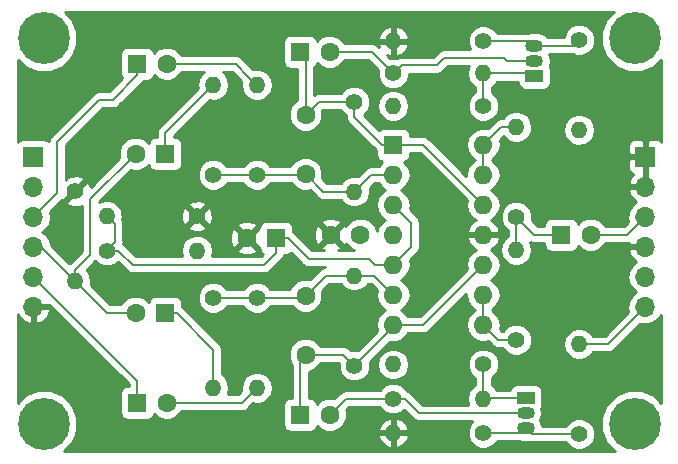
<source format=gbr>
G04 #@! TF.GenerationSoftware,KiCad,Pcbnew,(5.0.0-3-g5ebb6b6)*
G04 #@! TF.CreationDate,2018-10-06T14:24:39-07:00*
G04 #@! TF.ProjectId,Mega Amp,4D65676120416D702E6B696361645F70,v0*
G04 #@! TF.SameCoordinates,Original*
G04 #@! TF.FileFunction,Copper,L1,Top,Signal*
G04 #@! TF.FilePolarity,Positive*
%FSLAX46Y46*%
G04 Gerber Fmt 4.6, Leading zero omitted, Abs format (unit mm)*
G04 Created by KiCad (PCBNEW (5.0.0-3-g5ebb6b6)) date Saturday, October 06, 2018 at 02:24:39 PM*
%MOMM*%
%LPD*%
G01*
G04 APERTURE LIST*
G04 #@! TA.AperFunction,ComponentPad*
%ADD10C,4.400000*%
G04 #@! TD*
G04 #@! TA.AperFunction,ComponentPad*
%ADD11O,1.400000X1.400000*%
G04 #@! TD*
G04 #@! TA.AperFunction,ComponentPad*
%ADD12C,1.400000*%
G04 #@! TD*
G04 #@! TA.AperFunction,ComponentPad*
%ADD13C,1.600000*%
G04 #@! TD*
G04 #@! TA.AperFunction,ComponentPad*
%ADD14R,1.600000X1.600000*%
G04 #@! TD*
G04 #@! TA.AperFunction,ComponentPad*
%ADD15R,1.500000X1.050000*%
G04 #@! TD*
G04 #@! TA.AperFunction,ComponentPad*
%ADD16O,1.500000X1.050000*%
G04 #@! TD*
G04 #@! TA.AperFunction,ComponentPad*
%ADD17R,1.700000X1.700000*%
G04 #@! TD*
G04 #@! TA.AperFunction,ComponentPad*
%ADD18O,1.700000X1.700000*%
G04 #@! TD*
G04 #@! TA.AperFunction,ComponentPad*
%ADD19O,1.600000X1.600000*%
G04 #@! TD*
G04 #@! TA.AperFunction,Conductor*
%ADD20C,0.152400*%
G04 #@! TD*
G04 #@! TA.AperFunction,Conductor*
%ADD21C,0.254000*%
G04 #@! TD*
G04 APERTURE END LIST*
D10*
G04 #@! TO.P,REF\002A\002A,1*
G04 #@! TO.N,N/C*
X79629000Y-82423000D03*
G04 #@! TD*
G04 #@! TO.P,REF\002A\002A,1*
G04 #@! TO.N,N/C*
X129667000Y-82423000D03*
G04 #@! TD*
G04 #@! TO.P,REF\002A\002A,1*
G04 #@! TO.N,N/C*
X79629000Y-115062000D03*
G04 #@! TD*
D11*
G04 #@! TO.P,R13,2*
G04 #@! TO.N,+5V*
X109220000Y-88138000D03*
D12*
G04 #@! TO.P,R13,1*
G04 #@! TO.N,Net-(Q1-Pad1)*
X116840000Y-88138000D03*
G04 #@! TD*
G04 #@! TO.P,R14,1*
G04 #@! TO.N,Net-(Q1-Pad3)*
X116840000Y-82650000D03*
D11*
G04 #@! TO.P,R14,2*
G04 #@! TO.N,GND*
X109220000Y-82650000D03*
G04 #@! TD*
G04 #@! TO.P,R15,2*
G04 #@! TO.N,HeadphoneLeft*
X124968000Y-90170000D03*
D12*
G04 #@! TO.P,R15,1*
G04 #@! TO.N,Net-(Q1-Pad3)*
X124968000Y-82550000D03*
G04 #@! TD*
D11*
G04 #@! TO.P,R16,2*
G04 #@! TO.N,Net-(Q2-Pad1)*
X116840000Y-112928400D03*
D12*
G04 #@! TO.P,R16,1*
G04 #@! TO.N,Net-(C11-Pad2)*
X109220000Y-112928400D03*
G04 #@! TD*
G04 #@! TO.P,R17,1*
G04 #@! TO.N,Net-(Q2-Pad1)*
X116840000Y-110032800D03*
D11*
G04 #@! TO.P,R17,2*
G04 #@! TO.N,+5V*
X109220000Y-110032800D03*
G04 #@! TD*
G04 #@! TO.P,R18,2*
G04 #@! TO.N,GND*
X109220000Y-115824000D03*
D12*
G04 #@! TO.P,R18,1*
G04 #@! TO.N,Net-(Q2-Pad3)*
X116840000Y-115824000D03*
G04 #@! TD*
G04 #@! TO.P,R19,1*
G04 #@! TO.N,Net-(Q2-Pad3)*
X124968000Y-115924000D03*
D11*
G04 #@! TO.P,R19,2*
G04 #@! TO.N,HeadphoneRight*
X124968000Y-108304000D03*
G04 #@! TD*
D13*
G04 #@! TO.P,C1,2*
G04 #@! TO.N,Net-(C1-Pad2)*
X90051241Y-84582000D03*
D14*
G04 #@! TO.P,C1,1*
G04 #@! TO.N,YMLeft*
X87551241Y-84582000D03*
G04 #@! TD*
G04 #@! TO.P,C2,1*
G04 #@! TO.N,Net-(C2-Pad1)*
X89916000Y-92202400D03*
D13*
G04 #@! TO.P,C2,2*
G04 #@! TO.N,SN*
X87416000Y-92202400D03*
G04 #@! TD*
D14*
G04 #@! TO.P,C3,1*
G04 #@! TO.N,Net-(C3-Pad1)*
X89916000Y-105663600D03*
D13*
G04 #@! TO.P,C3,2*
G04 #@! TO.N,SN*
X87416000Y-105663600D03*
G04 #@! TD*
G04 #@! TO.P,C4,2*
G04 #@! TO.N,Net-(C4-Pad2)*
X90051241Y-113284000D03*
D14*
G04 #@! TO.P,C4,1*
G04 #@! TO.N,YMRight*
X87551241Y-113284000D03*
G04 #@! TD*
G04 #@! TO.P,C5,1*
G04 #@! TO.N,Net-(C5-Pad1)*
X99314000Y-99314000D03*
D13*
G04 #@! TO.P,C5,2*
G04 #@! TO.N,GND*
X96814000Y-99314000D03*
G04 #@! TD*
G04 #@! TO.P,C6,2*
G04 #@! TO.N,Net-(C6-Pad2)*
X101788666Y-93900000D03*
G04 #@! TO.P,C6,1*
G04 #@! TO.N,RawAudioLeft*
X101788666Y-88900000D03*
G04 #@! TD*
G04 #@! TO.P,C7,1*
G04 #@! TO.N,RawAudioRight*
X101788666Y-109220000D03*
G04 #@! TO.P,C7,2*
G04 #@! TO.N,Net-(C7-Pad2)*
X101788666Y-104220000D03*
G04 #@! TD*
D14*
G04 #@! TO.P,C8,1*
G04 #@! TO.N,Net-(C8-Pad1)*
X123444000Y-99060000D03*
D13*
G04 #@! TO.P,C8,2*
G04 #@! TO.N,Mono*
X125944000Y-99060000D03*
G04 #@! TD*
G04 #@! TO.P,C10,2*
G04 #@! TO.N,Net-(C10-Pad2)*
X103846000Y-83566000D03*
D14*
G04 #@! TO.P,C10,1*
G04 #@! TO.N,RawAudioLeft*
X101346000Y-83566000D03*
G04 #@! TD*
D13*
G04 #@! TO.P,C11,2*
G04 #@! TO.N,Net-(C11-Pad2)*
X103846000Y-114300000D03*
D14*
G04 #@! TO.P,C11,1*
G04 #@! TO.N,RawAudioRight*
X101346000Y-114300000D03*
G04 #@! TD*
D11*
G04 #@! TO.P,R1,2*
G04 #@! TO.N,SN*
X82296000Y-102997000D03*
D12*
G04 #@! TO.P,R1,1*
G04 #@! TO.N,GND*
X82296000Y-95377000D03*
G04 #@! TD*
G04 #@! TO.P,R2,1*
G04 #@! TO.N,Net-(C6-Pad2)*
X97659333Y-93980000D03*
D11*
G04 #@! TO.P,R2,2*
G04 #@! TO.N,Net-(C1-Pad2)*
X97659333Y-86360000D03*
G04 #@! TD*
D12*
G04 #@! TO.P,R3,1*
G04 #@! TO.N,Net-(C6-Pad2)*
X93980000Y-93980000D03*
D11*
G04 #@! TO.P,R3,2*
G04 #@! TO.N,Net-(C2-Pad1)*
X93980000Y-86360000D03*
G04 #@! TD*
D12*
G04 #@! TO.P,R4,1*
G04 #@! TO.N,Net-(C7-Pad2)*
X93980000Y-104394000D03*
D11*
G04 #@! TO.P,R4,2*
G04 #@! TO.N,Net-(C3-Pad1)*
X93980000Y-112014000D03*
G04 #@! TD*
D12*
G04 #@! TO.P,R5,1*
G04 #@! TO.N,Net-(C7-Pad2)*
X97659333Y-104394000D03*
D11*
G04 #@! TO.P,R5,2*
G04 #@! TO.N,Net-(C4-Pad2)*
X97659333Y-112014000D03*
G04 #@! TD*
G04 #@! TO.P,R7,2*
G04 #@! TO.N,Net-(C5-Pad1)*
X84963000Y-97472800D03*
D12*
G04 #@! TO.P,R7,1*
G04 #@! TO.N,GND*
X92583000Y-97472800D03*
G04 #@! TD*
D11*
G04 #@! TO.P,R8,2*
G04 #@! TO.N,Net-(C6-Pad2)*
X105918000Y-95404000D03*
D12*
G04 #@! TO.P,R8,1*
G04 #@! TO.N,RawAudioLeft*
X105918000Y-87784000D03*
G04 #@! TD*
G04 #@! TO.P,R9,1*
G04 #@! TO.N,RawAudioRight*
X105918000Y-110132800D03*
D11*
G04 #@! TO.P,R9,2*
G04 #@! TO.N,Net-(C7-Pad2)*
X105918000Y-102512800D03*
G04 #@! TD*
G04 #@! TO.P,R10,2*
G04 #@! TO.N,Net-(R10-Pad2)*
X119634000Y-89916000D03*
D12*
G04 #@! TO.P,R10,1*
G04 #@! TO.N,Net-(C8-Pad1)*
X119634000Y-97536000D03*
G04 #@! TD*
G04 #@! TO.P,R11,1*
G04 #@! TO.N,Net-(R11-Pad1)*
X119634000Y-107950000D03*
D11*
G04 #@! TO.P,R11,2*
G04 #@! TO.N,Net-(C8-Pad1)*
X119634000Y-100330000D03*
G04 #@! TD*
G04 #@! TO.P,R12,2*
G04 #@! TO.N,Net-(Q1-Pad1)*
X116840000Y-85394000D03*
D12*
G04 #@! TO.P,R12,1*
G04 #@! TO.N,Net-(C10-Pad2)*
X109220000Y-85394000D03*
G04 #@! TD*
D15*
G04 #@! TO.P,Q1,1*
G04 #@! TO.N,Net-(Q1-Pad1)*
X121158000Y-85600000D03*
D16*
G04 #@! TO.P,Q1,3*
G04 #@! TO.N,Net-(Q1-Pad3)*
X121158000Y-83060000D03*
G04 #@! TO.P,Q1,2*
G04 #@! TO.N,Net-(C10-Pad2)*
X121158000Y-84330000D03*
G04 #@! TD*
G04 #@! TO.P,Q2,2*
G04 #@! TO.N,Net-(C11-Pad2)*
X120438000Y-114144000D03*
G04 #@! TO.P,Q2,3*
G04 #@! TO.N,Net-(Q2-Pad3)*
X120438000Y-115414000D03*
D15*
G04 #@! TO.P,Q2,1*
G04 #@! TO.N,Net-(Q2-Pad1)*
X120438000Y-112874000D03*
G04 #@! TD*
D17*
G04 #@! TO.P,J2,1*
G04 #@! TO.N,GND*
X130556000Y-92456000D03*
D18*
G04 #@! TO.P,J2,2*
X130556000Y-94996000D03*
G04 #@! TO.P,J2,3*
G04 #@! TO.N,Mono*
X130556000Y-97536000D03*
G04 #@! TO.P,J2,4*
G04 #@! TO.N,GND*
X130556000Y-100076000D03*
G04 #@! TO.P,J2,5*
G04 #@! TO.N,HeadphoneLeft*
X130556000Y-102616000D03*
G04 #@! TO.P,J2,6*
G04 #@! TO.N,HeadphoneRight*
X130556000Y-105156000D03*
G04 #@! TD*
D14*
G04 #@! TO.P,U1,1*
G04 #@! TO.N,RawAudioLeft*
X109220000Y-91440000D03*
D19*
G04 #@! TO.P,U1,8*
G04 #@! TO.N,Net-(R11-Pad1)*
X116840000Y-106680000D03*
G04 #@! TO.P,U1,2*
G04 #@! TO.N,Net-(C6-Pad2)*
X109220000Y-93980000D03*
G04 #@! TO.P,U1,9*
G04 #@! TO.N,Net-(R11-Pad1)*
X116840000Y-104140000D03*
G04 #@! TO.P,U1,3*
G04 #@! TO.N,Net-(C5-Pad1)*
X109220000Y-96520000D03*
G04 #@! TO.P,U1,10*
G04 #@! TO.N,RawAudioRight*
X116840000Y-101600000D03*
G04 #@! TO.P,U1,4*
G04 #@! TO.N,+5V*
X109220000Y-99060000D03*
G04 #@! TO.P,U1,11*
G04 #@! TO.N,GND*
X116840000Y-99060000D03*
G04 #@! TO.P,U1,5*
G04 #@! TO.N,Net-(C5-Pad1)*
X109220000Y-101600000D03*
G04 #@! TO.P,U1,12*
G04 #@! TO.N,RawAudioLeft*
X116840000Y-96520000D03*
G04 #@! TO.P,U1,6*
G04 #@! TO.N,Net-(C7-Pad2)*
X109220000Y-104140000D03*
G04 #@! TO.P,U1,13*
G04 #@! TO.N,Net-(R10-Pad2)*
X116840000Y-93980000D03*
G04 #@! TO.P,U1,7*
G04 #@! TO.N,RawAudioRight*
X109220000Y-106680000D03*
G04 #@! TO.P,U1,14*
G04 #@! TO.N,Net-(R10-Pad2)*
X116840000Y-91440000D03*
G04 #@! TD*
D13*
G04 #@! TO.P,C9,1*
G04 #@! TO.N,+5V*
X106426000Y-99060000D03*
G04 #@! TO.P,C9,2*
G04 #@! TO.N,GND*
X103926000Y-99060000D03*
G04 #@! TD*
D12*
G04 #@! TO.P,R6,1*
G04 #@! TO.N,Net-(C5-Pad1)*
X84963000Y-100393200D03*
D11*
G04 #@! TO.P,R6,2*
G04 #@! TO.N,+5V*
X92583000Y-100393200D03*
G04 #@! TD*
D18*
G04 #@! TO.P,J1,6*
G04 #@! TO.N,GND*
X78740000Y-105156000D03*
G04 #@! TO.P,J1,5*
G04 #@! TO.N,YMRight*
X78740000Y-102616000D03*
G04 #@! TO.P,J1,4*
G04 #@! TO.N,SN*
X78740000Y-100076000D03*
G04 #@! TO.P,J1,3*
G04 #@! TO.N,YMLeft*
X78740000Y-97536000D03*
G04 #@! TO.P,J1,2*
G04 #@! TO.N,GND*
X78740000Y-94996000D03*
D17*
G04 #@! TO.P,J1,1*
G04 #@! TO.N,+5V*
X78740000Y-92456000D03*
G04 #@! TD*
D10*
G04 #@! TO.P,REF\002A\002A,1*
G04 #@! TO.N,N/C*
X129667000Y-115062000D03*
G04 #@! TD*
D20*
G04 #@! TO.N,Net-(C1-Pad2)*
X96959334Y-85660001D02*
X97659333Y-86360000D01*
X95881333Y-84582000D02*
X96959334Y-85660001D01*
X90051241Y-84582000D02*
X95881333Y-84582000D01*
G04 #@! TO.N,Net-(C2-Pad1)*
X89916000Y-90424000D02*
X93980000Y-86360000D01*
X89916000Y-92202400D02*
X89916000Y-90424000D01*
G04 #@! TO.N,Net-(C3-Pad1)*
X90868400Y-105663600D02*
X89916000Y-105663600D01*
X93980000Y-108775200D02*
X90868400Y-105663600D01*
X93980000Y-112014000D02*
X93980000Y-108775200D01*
G04 #@! TO.N,Net-(C4-Pad2)*
X96389333Y-113284000D02*
X97659333Y-112014000D01*
X90051241Y-113284000D02*
X96389333Y-113284000D01*
G04 #@! TO.N,Net-(C5-Pad1)*
X100266400Y-99314000D02*
X102044400Y-101092000D01*
X99314000Y-99314000D02*
X100266400Y-99314000D01*
X102044400Y-101092000D02*
X107188000Y-101092000D01*
X107696000Y-101600000D02*
X109220000Y-101600000D01*
X107188000Y-101092000D02*
X107696000Y-101600000D01*
X110744000Y-98044000D02*
X109220000Y-96520000D01*
X110744000Y-100076000D02*
X110744000Y-98044000D01*
X109220000Y-101600000D02*
X110744000Y-100076000D01*
X85662999Y-98172799D02*
X84963000Y-97472800D01*
X85662999Y-99693201D02*
X85662999Y-98172799D01*
X84963000Y-100393200D02*
X85662999Y-99693201D01*
X99314000Y-100584000D02*
X99314000Y-99314000D01*
X87159749Y-101600000D02*
X98298000Y-101600000D01*
X85952949Y-100393200D02*
X87159749Y-101600000D01*
X98298000Y-101600000D02*
X99314000Y-100584000D01*
X84963000Y-100393200D02*
X85952949Y-100393200D01*
G04 #@! TO.N,Net-(C6-Pad2)*
X93980000Y-93980000D02*
X97659333Y-93980000D01*
X101708666Y-93980000D02*
X101788666Y-93900000D01*
X97659333Y-93980000D02*
X101708666Y-93980000D01*
X103292666Y-95404000D02*
X105918000Y-95404000D01*
X101788666Y-93900000D02*
X103292666Y-95404000D01*
X107342000Y-93980000D02*
X109220000Y-93980000D01*
X105918000Y-95404000D02*
X107342000Y-93980000D01*
G04 #@! TO.N,Net-(C7-Pad2)*
X93980000Y-104394000D02*
X97659333Y-104394000D01*
X101614666Y-104394000D02*
X101788666Y-104220000D01*
X97659333Y-104394000D02*
X101614666Y-104394000D01*
X103495866Y-102512800D02*
X105918000Y-102512800D01*
X101788666Y-104220000D02*
X103495866Y-102512800D01*
X107592800Y-102512800D02*
X109220000Y-104140000D01*
X105918000Y-102512800D02*
X107592800Y-102512800D01*
G04 #@! TO.N,Net-(C8-Pad1)*
X119634000Y-98525949D02*
X119634000Y-100330000D01*
X119634000Y-97536000D02*
X119634000Y-98525949D01*
X121158000Y-99060000D02*
X119634000Y-97536000D01*
X123444000Y-99060000D02*
X121158000Y-99060000D01*
G04 #@! TO.N,Net-(R10-Pad2)*
X116840000Y-93980000D02*
X116840000Y-91440000D01*
X118364000Y-89916000D02*
X119634000Y-89916000D01*
X116840000Y-91440000D02*
X118364000Y-89916000D01*
G04 #@! TO.N,Net-(R11-Pad1)*
X116840000Y-105271370D02*
X116840000Y-106680000D01*
X116840000Y-104140000D02*
X116840000Y-105271370D01*
X118110000Y-107950000D02*
X119634000Y-107950000D01*
X116840000Y-106680000D02*
X118110000Y-107950000D01*
G04 #@! TO.N,RawAudioLeft*
X105918000Y-88773949D02*
X105918000Y-87784000D01*
X105918000Y-89090400D02*
X105918000Y-88773949D01*
X108267600Y-91440000D02*
X105918000Y-89090400D01*
X109220000Y-91440000D02*
X108267600Y-91440000D01*
X102904666Y-87784000D02*
X105918000Y-87784000D01*
X101788666Y-88900000D02*
X102904666Y-87784000D01*
X101788666Y-84008666D02*
X101346000Y-83566000D01*
X101788666Y-88900000D02*
X101788666Y-84008666D01*
X111760000Y-91440000D02*
X116840000Y-96520000D01*
X109220000Y-91440000D02*
X111760000Y-91440000D01*
G04 #@! TO.N,RawAudioRight*
X101346000Y-109662666D02*
X101788666Y-109220000D01*
X101346000Y-114300000D02*
X101346000Y-109662666D01*
X105005200Y-109220000D02*
X105918000Y-110132800D01*
X101788666Y-109220000D02*
X105005200Y-109220000D01*
X111760000Y-106680000D02*
X116840000Y-101600000D01*
X109220000Y-106680000D02*
X111760000Y-106680000D01*
X109220000Y-106830800D02*
X109220000Y-106680000D01*
X105918000Y-110132800D02*
X109220000Y-106830800D01*
G04 #@! TO.N,Net-(C10-Pad2)*
X107392000Y-83566000D02*
X109220000Y-85394000D01*
X103846000Y-83566000D02*
X107392000Y-83566000D01*
X109919999Y-84694001D02*
X112917999Y-84694001D01*
X109220000Y-85394000D02*
X109919999Y-84694001D01*
X112917999Y-84694001D02*
X113538000Y-84074000D01*
X113538000Y-84074000D02*
X118618000Y-84074000D01*
X118874000Y-84330000D02*
X121158000Y-84330000D01*
X118618000Y-84074000D02*
X118874000Y-84330000D01*
G04 #@! TO.N,Net-(C11-Pad2)*
X105217600Y-112928400D02*
X109220000Y-112928400D01*
X103846000Y-114300000D02*
X105217600Y-112928400D01*
X119535600Y-114144000D02*
X120438000Y-114144000D01*
X111425549Y-114144000D02*
X119535600Y-114144000D01*
X110209949Y-112928400D02*
X111425549Y-114144000D01*
X109220000Y-112928400D02*
X110209949Y-112928400D01*
G04 #@! TO.N,Net-(Q1-Pad1)*
X116840000Y-86383949D02*
X116840000Y-88138000D01*
X116840000Y-85394000D02*
X116840000Y-86383949D01*
X120952000Y-85394000D02*
X121158000Y-85600000D01*
X116840000Y-85394000D02*
X120952000Y-85394000D01*
G04 #@! TO.N,Net-(Q1-Pad3)*
X120748000Y-82650000D02*
X121158000Y-83060000D01*
X116840000Y-82650000D02*
X120748000Y-82650000D01*
X124458000Y-83060000D02*
X124968000Y-82550000D01*
X121158000Y-83060000D02*
X124458000Y-83060000D01*
G04 #@! TO.N,Net-(Q2-Pad3)*
X120028000Y-115824000D02*
X120438000Y-115414000D01*
X116840000Y-115824000D02*
X120028000Y-115824000D01*
X120948000Y-115924000D02*
X120438000Y-115414000D01*
X124968000Y-115924000D02*
X120948000Y-115924000D01*
G04 #@! TO.N,Net-(Q2-Pad1)*
X116894400Y-112874000D02*
X116840000Y-112928400D01*
X120438000Y-112874000D02*
X116894400Y-112874000D01*
X116840000Y-112928400D02*
X116840000Y-110032800D01*
G04 #@! TO.N,HeadphoneRight*
X127408000Y-108304000D02*
X130556000Y-105156000D01*
X124968000Y-108304000D02*
X127408000Y-108304000D01*
G04 #@! TO.N,YMLeft*
X85455641Y-87630000D02*
X87551241Y-85534400D01*
X84328000Y-87630000D02*
X85455641Y-87630000D01*
X80772000Y-91186000D02*
X84328000Y-87630000D01*
X80772000Y-95504000D02*
X80772000Y-91186000D01*
X87551241Y-85534400D02*
X87551241Y-84582000D01*
X78740000Y-97536000D02*
X80772000Y-95504000D01*
G04 #@! TO.N,SN*
X84962600Y-105663600D02*
X87416000Y-105663600D01*
X82296000Y-102997000D02*
X84962600Y-105663600D01*
X79375000Y-100076000D02*
X78740000Y-100076000D01*
X82296000Y-102997000D02*
X79375000Y-100076000D01*
X82296000Y-102007051D02*
X83566000Y-100737051D01*
X82296000Y-102997000D02*
X82296000Y-102007051D01*
X83566000Y-96052400D02*
X87416000Y-92202400D01*
X83566000Y-100737051D02*
X83566000Y-96052400D01*
G04 #@! TO.N,YMRight*
X87551241Y-111427241D02*
X87551241Y-113284000D01*
X78740000Y-102616000D02*
X87551241Y-111427241D01*
G04 #@! TO.N,Mono*
X129032000Y-99060000D02*
X130556000Y-97536000D01*
X125944000Y-99060000D02*
X129032000Y-99060000D01*
G04 #@! TD*
D21*
G04 #@! TO.N,GND*
G36*
X127263603Y-80817101D02*
X126832000Y-81859083D01*
X126832000Y-82986917D01*
X127263603Y-84028899D01*
X128061101Y-84826397D01*
X129103083Y-85258000D01*
X130230917Y-85258000D01*
X131272899Y-84826397D01*
X131878000Y-84221296D01*
X131878000Y-91179975D01*
X131765698Y-91067673D01*
X131532309Y-90971000D01*
X130841750Y-90971000D01*
X130683000Y-91129750D01*
X130683000Y-92329000D01*
X130703000Y-92329000D01*
X130703000Y-92583000D01*
X130683000Y-92583000D01*
X130683000Y-94869000D01*
X130703000Y-94869000D01*
X130703000Y-95123000D01*
X130683000Y-95123000D01*
X130683000Y-95143000D01*
X130429000Y-95143000D01*
X130429000Y-95123000D01*
X129235845Y-95123000D01*
X129114524Y-95352890D01*
X129284355Y-95762924D01*
X129674642Y-96191183D01*
X129804478Y-96252157D01*
X129485375Y-96465375D01*
X129157161Y-96956582D01*
X129041908Y-97536000D01*
X129126241Y-97959971D01*
X128737412Y-98348800D01*
X127202644Y-98348800D01*
X127160534Y-98247138D01*
X126756862Y-97843466D01*
X126229439Y-97625000D01*
X125658561Y-97625000D01*
X125131138Y-97843466D01*
X124862101Y-98112503D01*
X124842157Y-98012235D01*
X124701809Y-97802191D01*
X124491765Y-97661843D01*
X124244000Y-97612560D01*
X122644000Y-97612560D01*
X122396235Y-97661843D01*
X122186191Y-97802191D01*
X122045843Y-98012235D01*
X121996560Y-98260000D01*
X121996560Y-98348800D01*
X121452589Y-98348800D01*
X120950353Y-97846565D01*
X120969000Y-97801548D01*
X120969000Y-97270452D01*
X120765758Y-96779783D01*
X120390217Y-96404242D01*
X119899548Y-96201000D01*
X119368452Y-96201000D01*
X118877783Y-96404242D01*
X118502242Y-96779783D01*
X118299000Y-97270452D01*
X118299000Y-97801548D01*
X118502242Y-98292217D01*
X118877783Y-98667758D01*
X118922800Y-98686405D01*
X118922800Y-99199618D01*
X118671519Y-99367519D01*
X118376458Y-99809109D01*
X118272846Y-100330000D01*
X118376458Y-100850891D01*
X118671519Y-101292481D01*
X119113109Y-101587542D01*
X119502515Y-101665000D01*
X119765485Y-101665000D01*
X120154891Y-101587542D01*
X120596481Y-101292481D01*
X120891542Y-100850891D01*
X120995154Y-100330000D01*
X120891542Y-99809109D01*
X120804875Y-99679402D01*
X120880502Y-99729935D01*
X120880503Y-99729935D01*
X120880504Y-99729936D01*
X121087954Y-99771200D01*
X121087957Y-99771200D01*
X121157999Y-99785132D01*
X121228041Y-99771200D01*
X121996560Y-99771200D01*
X121996560Y-99860000D01*
X122045843Y-100107765D01*
X122186191Y-100317809D01*
X122396235Y-100458157D01*
X122644000Y-100507440D01*
X124244000Y-100507440D01*
X124491765Y-100458157D01*
X124701809Y-100317809D01*
X124842157Y-100107765D01*
X124862101Y-100007497D01*
X125131138Y-100276534D01*
X125658561Y-100495000D01*
X126229439Y-100495000D01*
X126756862Y-100276534D01*
X127160534Y-99872862D01*
X127202644Y-99771200D01*
X128961959Y-99771200D01*
X129032000Y-99785132D01*
X129102041Y-99771200D01*
X129102046Y-99771200D01*
X129138217Y-99764005D01*
X129235845Y-99949000D01*
X130429000Y-99949000D01*
X130429000Y-99929000D01*
X130683000Y-99929000D01*
X130683000Y-99949000D01*
X130703000Y-99949000D01*
X130703000Y-100203000D01*
X130683000Y-100203000D01*
X130683000Y-100223000D01*
X130429000Y-100223000D01*
X130429000Y-100203000D01*
X129235845Y-100203000D01*
X129114524Y-100432890D01*
X129284355Y-100842924D01*
X129674642Y-101271183D01*
X129804478Y-101332157D01*
X129485375Y-101545375D01*
X129157161Y-102036582D01*
X129041908Y-102616000D01*
X129157161Y-103195418D01*
X129485375Y-103686625D01*
X129783761Y-103886000D01*
X129485375Y-104085375D01*
X129157161Y-104576582D01*
X129041908Y-105156000D01*
X129126241Y-105579971D01*
X127113412Y-107592800D01*
X126098382Y-107592800D01*
X125930481Y-107341519D01*
X125488891Y-107046458D01*
X125099485Y-106969000D01*
X124836515Y-106969000D01*
X124447109Y-107046458D01*
X124005519Y-107341519D01*
X123710458Y-107783109D01*
X123606846Y-108304000D01*
X123710458Y-108824891D01*
X124005519Y-109266481D01*
X124447109Y-109561542D01*
X124836515Y-109639000D01*
X125099485Y-109639000D01*
X125488891Y-109561542D01*
X125930481Y-109266481D01*
X126098382Y-109015200D01*
X127337959Y-109015200D01*
X127408000Y-109029132D01*
X127478041Y-109015200D01*
X127478046Y-109015200D01*
X127685496Y-108973936D01*
X127920746Y-108816746D01*
X127960424Y-108757364D01*
X130132029Y-106585759D01*
X130409744Y-106641000D01*
X130702256Y-106641000D01*
X131135418Y-106554839D01*
X131626625Y-106226625D01*
X131878001Y-105850415D01*
X131878001Y-113263705D01*
X131272899Y-112658603D01*
X130230917Y-112227000D01*
X129103083Y-112227000D01*
X128061101Y-112658603D01*
X127263603Y-113456101D01*
X126832000Y-114498083D01*
X126832000Y-115625917D01*
X127263603Y-116667899D01*
X127995704Y-117400000D01*
X81300296Y-117400000D01*
X82032397Y-116667899D01*
X82243881Y-116157329D01*
X107927284Y-116157329D01*
X108070203Y-116502396D01*
X108417337Y-116890764D01*
X108886669Y-117116727D01*
X109093000Y-116994206D01*
X109093000Y-115951000D01*
X109347000Y-115951000D01*
X109347000Y-116994206D01*
X109553331Y-117116727D01*
X110022663Y-116890764D01*
X110369797Y-116502396D01*
X110512716Y-116157329D01*
X110389374Y-115951000D01*
X109347000Y-115951000D01*
X109093000Y-115951000D01*
X108050626Y-115951000D01*
X107927284Y-116157329D01*
X82243881Y-116157329D01*
X82464000Y-115625917D01*
X82464000Y-114498083D01*
X82032397Y-113456101D01*
X81234899Y-112658603D01*
X80192917Y-112227000D01*
X79065083Y-112227000D01*
X78023101Y-112658603D01*
X77418000Y-113263704D01*
X77418000Y-105801349D01*
X77468355Y-105922924D01*
X77858642Y-106351183D01*
X78383108Y-106597486D01*
X78613000Y-106476819D01*
X78613000Y-105283000D01*
X78867000Y-105283000D01*
X78867000Y-106476819D01*
X79096892Y-106597486D01*
X79621358Y-106351183D01*
X80011645Y-105922924D01*
X80181476Y-105512890D01*
X80060155Y-105283000D01*
X78867000Y-105283000D01*
X78613000Y-105283000D01*
X78593000Y-105283000D01*
X78593000Y-105029000D01*
X78613000Y-105029000D01*
X78613000Y-105009000D01*
X78867000Y-105009000D01*
X78867000Y-105029000D01*
X80060155Y-105029000D01*
X80090228Y-104972016D01*
X86840041Y-111721830D01*
X86840041Y-111836560D01*
X86751241Y-111836560D01*
X86503476Y-111885843D01*
X86293432Y-112026191D01*
X86153084Y-112236235D01*
X86103801Y-112484000D01*
X86103801Y-114084000D01*
X86153084Y-114331765D01*
X86293432Y-114541809D01*
X86503476Y-114682157D01*
X86751241Y-114731440D01*
X88351241Y-114731440D01*
X88599006Y-114682157D01*
X88809050Y-114541809D01*
X88949398Y-114331765D01*
X88969342Y-114231497D01*
X89238379Y-114500534D01*
X89765802Y-114719000D01*
X90336680Y-114719000D01*
X90864103Y-114500534D01*
X91267775Y-114096862D01*
X91309885Y-113995200D01*
X96319292Y-113995200D01*
X96389333Y-114009132D01*
X96459374Y-113995200D01*
X96459379Y-113995200D01*
X96666829Y-113953936D01*
X96902079Y-113796746D01*
X96941757Y-113737364D01*
X97362926Y-113316195D01*
X97527848Y-113349000D01*
X97790818Y-113349000D01*
X98180224Y-113271542D01*
X98621814Y-112976481D01*
X98916875Y-112534891D01*
X99020487Y-112014000D01*
X98916875Y-111493109D01*
X98621814Y-111051519D01*
X98180224Y-110756458D01*
X97790818Y-110679000D01*
X97527848Y-110679000D01*
X97138442Y-110756458D01*
X96696852Y-111051519D01*
X96401791Y-111493109D01*
X96298179Y-112014000D01*
X96357138Y-112310407D01*
X96094745Y-112572800D01*
X95212212Y-112572800D01*
X95237542Y-112534891D01*
X95341154Y-112014000D01*
X95237542Y-111493109D01*
X94942481Y-111051519D01*
X94691200Y-110883618D01*
X94691200Y-108845242D01*
X94705132Y-108775200D01*
X94691200Y-108705158D01*
X94691200Y-108705154D01*
X94649936Y-108497704D01*
X94609733Y-108437536D01*
X94532424Y-108321835D01*
X94532422Y-108321833D01*
X94492746Y-108262454D01*
X94433367Y-108222778D01*
X91420823Y-105210235D01*
X91381146Y-105150854D01*
X91363440Y-105139023D01*
X91363440Y-104863600D01*
X91314157Y-104615835D01*
X91173809Y-104405791D01*
X90963765Y-104265443D01*
X90716000Y-104216160D01*
X89116000Y-104216160D01*
X88868235Y-104265443D01*
X88658191Y-104405791D01*
X88517843Y-104615835D01*
X88497899Y-104716103D01*
X88228862Y-104447066D01*
X87701439Y-104228600D01*
X87130561Y-104228600D01*
X86603138Y-104447066D01*
X86199466Y-104850738D01*
X86157356Y-104952400D01*
X85257189Y-104952400D01*
X83598195Y-103293407D01*
X83657154Y-102997000D01*
X83553542Y-102476109D01*
X83264825Y-102044014D01*
X83995332Y-101313507D01*
X84206783Y-101524958D01*
X84697452Y-101728200D01*
X85228548Y-101728200D01*
X85719217Y-101524958D01*
X85899068Y-101345107D01*
X86607327Y-102053367D01*
X86647003Y-102112746D01*
X86706382Y-102152422D01*
X86706384Y-102152424D01*
X86822085Y-102229733D01*
X86882253Y-102269936D01*
X87089703Y-102311200D01*
X87089707Y-102311200D01*
X87159749Y-102325132D01*
X87229791Y-102311200D01*
X98227959Y-102311200D01*
X98298000Y-102325132D01*
X98368041Y-102311200D01*
X98368046Y-102311200D01*
X98575496Y-102269936D01*
X98810746Y-102112746D01*
X98850424Y-102053364D01*
X99767369Y-101136420D01*
X99826745Y-101096746D01*
X99866420Y-101037369D01*
X99866424Y-101037365D01*
X99983935Y-100861497D01*
X99983936Y-100861496D01*
X100003838Y-100761440D01*
X100114000Y-100761440D01*
X100361765Y-100712157D01*
X100539805Y-100593194D01*
X101491978Y-101545367D01*
X101531654Y-101604746D01*
X101591033Y-101644422D01*
X101591035Y-101644424D01*
X101706736Y-101721733D01*
X101766904Y-101761936D01*
X101974354Y-101803200D01*
X101974358Y-101803200D01*
X102044400Y-101817132D01*
X102114442Y-101803200D01*
X103417776Y-101803200D01*
X103218370Y-101842864D01*
X103218369Y-101842865D01*
X103218368Y-101842865D01*
X103042501Y-101960376D01*
X103042499Y-101960378D01*
X102983120Y-102000054D01*
X102943444Y-102059433D01*
X102175767Y-102827110D01*
X102074105Y-102785000D01*
X101503227Y-102785000D01*
X100975804Y-103003466D01*
X100572132Y-103407138D01*
X100457949Y-103682800D01*
X98809738Y-103682800D01*
X98791091Y-103637783D01*
X98415550Y-103262242D01*
X97924881Y-103059000D01*
X97393785Y-103059000D01*
X96903116Y-103262242D01*
X96527575Y-103637783D01*
X96508928Y-103682800D01*
X95130405Y-103682800D01*
X95111758Y-103637783D01*
X94736217Y-103262242D01*
X94245548Y-103059000D01*
X93714452Y-103059000D01*
X93223783Y-103262242D01*
X92848242Y-103637783D01*
X92645000Y-104128452D01*
X92645000Y-104659548D01*
X92848242Y-105150217D01*
X93223783Y-105525758D01*
X93714452Y-105729000D01*
X94245548Y-105729000D01*
X94736217Y-105525758D01*
X95111758Y-105150217D01*
X95130405Y-105105200D01*
X96508928Y-105105200D01*
X96527575Y-105150217D01*
X96903116Y-105525758D01*
X97393785Y-105729000D01*
X97924881Y-105729000D01*
X98415550Y-105525758D01*
X98791091Y-105150217D01*
X98809738Y-105105200D01*
X100644470Y-105105200D01*
X100975804Y-105436534D01*
X101503227Y-105655000D01*
X102074105Y-105655000D01*
X102601528Y-105436534D01*
X103005200Y-105032862D01*
X103223666Y-104505439D01*
X103223666Y-103934561D01*
X103181556Y-103832899D01*
X103790455Y-103224000D01*
X104787618Y-103224000D01*
X104955519Y-103475281D01*
X105397109Y-103770342D01*
X105786515Y-103847800D01*
X106049485Y-103847800D01*
X106438891Y-103770342D01*
X106880481Y-103475281D01*
X107048382Y-103224000D01*
X107298212Y-103224000D01*
X107832762Y-103758551D01*
X107756887Y-104140000D01*
X107868260Y-104699909D01*
X108185423Y-105174577D01*
X108537758Y-105410000D01*
X108185423Y-105645423D01*
X107868260Y-106120091D01*
X107756887Y-106680000D01*
X107857781Y-107187230D01*
X106228565Y-108816447D01*
X106183548Y-108797800D01*
X105652452Y-108797800D01*
X105607435Y-108816447D01*
X105557624Y-108766636D01*
X105517946Y-108707254D01*
X105282696Y-108550064D01*
X105075246Y-108508800D01*
X105075241Y-108508800D01*
X105005200Y-108494868D01*
X104935159Y-108508800D01*
X103047310Y-108508800D01*
X103005200Y-108407138D01*
X102601528Y-108003466D01*
X102074105Y-107785000D01*
X101503227Y-107785000D01*
X100975804Y-108003466D01*
X100572132Y-108407138D01*
X100353666Y-108934561D01*
X100353666Y-109505439D01*
X100572132Y-110032862D01*
X100634801Y-110095531D01*
X100634800Y-112852560D01*
X100546000Y-112852560D01*
X100298235Y-112901843D01*
X100088191Y-113042191D01*
X99947843Y-113252235D01*
X99898560Y-113500000D01*
X99898560Y-115100000D01*
X99947843Y-115347765D01*
X100088191Y-115557809D01*
X100298235Y-115698157D01*
X100546000Y-115747440D01*
X102146000Y-115747440D01*
X102393765Y-115698157D01*
X102603809Y-115557809D01*
X102744157Y-115347765D01*
X102764101Y-115247497D01*
X103033138Y-115516534D01*
X103560561Y-115735000D01*
X104131439Y-115735000D01*
X104658862Y-115516534D01*
X104684725Y-115490671D01*
X107927284Y-115490671D01*
X108050626Y-115697000D01*
X109093000Y-115697000D01*
X109093000Y-114653794D01*
X109347000Y-114653794D01*
X109347000Y-115697000D01*
X110389374Y-115697000D01*
X110512716Y-115490671D01*
X110369797Y-115145604D01*
X110022663Y-114757236D01*
X109553331Y-114531273D01*
X109347000Y-114653794D01*
X109093000Y-114653794D01*
X108886669Y-114531273D01*
X108417337Y-114757236D01*
X108070203Y-115145604D01*
X107927284Y-115490671D01*
X104684725Y-115490671D01*
X105062534Y-115112862D01*
X105281000Y-114585439D01*
X105281000Y-114014561D01*
X105238890Y-113912899D01*
X105512189Y-113639600D01*
X108069595Y-113639600D01*
X108088242Y-113684617D01*
X108463783Y-114060158D01*
X108954452Y-114263400D01*
X109485548Y-114263400D01*
X109976217Y-114060158D01*
X110156068Y-113880307D01*
X110873127Y-114597367D01*
X110912803Y-114656746D01*
X110972182Y-114696422D01*
X110972184Y-114696424D01*
X111043484Y-114744065D01*
X111148053Y-114813936D01*
X111355503Y-114855200D01*
X111355507Y-114855200D01*
X111425548Y-114869132D01*
X111495590Y-114855200D01*
X115920825Y-114855200D01*
X115708242Y-115067783D01*
X115505000Y-115558452D01*
X115505000Y-116089548D01*
X115708242Y-116580217D01*
X116083783Y-116955758D01*
X116574452Y-117159000D01*
X117105548Y-117159000D01*
X117596217Y-116955758D01*
X117971758Y-116580217D01*
X117990405Y-116535200D01*
X119903694Y-116535200D01*
X120098754Y-116574000D01*
X120640668Y-116574000D01*
X120670504Y-116593936D01*
X120877954Y-116635200D01*
X120877958Y-116635200D01*
X120948000Y-116649132D01*
X121018042Y-116635200D01*
X123817595Y-116635200D01*
X123836242Y-116680217D01*
X124211783Y-117055758D01*
X124702452Y-117259000D01*
X125233548Y-117259000D01*
X125724217Y-117055758D01*
X126099758Y-116680217D01*
X126303000Y-116189548D01*
X126303000Y-115658452D01*
X126099758Y-115167783D01*
X125724217Y-114792242D01*
X125233548Y-114589000D01*
X124702452Y-114589000D01*
X124211783Y-114792242D01*
X123836242Y-115167783D01*
X123817595Y-115212800D01*
X121805704Y-115212800D01*
X121755695Y-114961391D01*
X121633826Y-114779000D01*
X121755695Y-114596609D01*
X121845725Y-114144000D01*
X121755843Y-113692133D01*
X121786157Y-113646765D01*
X121835440Y-113399000D01*
X121835440Y-112349000D01*
X121786157Y-112101235D01*
X121645809Y-111891191D01*
X121435765Y-111750843D01*
X121188000Y-111701560D01*
X119688000Y-111701560D01*
X119440235Y-111750843D01*
X119230191Y-111891191D01*
X119089843Y-112101235D01*
X119077597Y-112162800D01*
X117934033Y-112162800D01*
X117802481Y-111965919D01*
X117551200Y-111798018D01*
X117551200Y-111183205D01*
X117596217Y-111164558D01*
X117971758Y-110789017D01*
X118175000Y-110298348D01*
X118175000Y-109767252D01*
X117971758Y-109276583D01*
X117596217Y-108901042D01*
X117105548Y-108697800D01*
X116574452Y-108697800D01*
X116083783Y-108901042D01*
X115708242Y-109276583D01*
X115505000Y-109767252D01*
X115505000Y-110298348D01*
X115708242Y-110789017D01*
X116083783Y-111164558D01*
X116128801Y-111183205D01*
X116128800Y-111798018D01*
X115877519Y-111965919D01*
X115582458Y-112407509D01*
X115478846Y-112928400D01*
X115579178Y-113432800D01*
X111720138Y-113432800D01*
X110762373Y-112475036D01*
X110722695Y-112415654D01*
X110487445Y-112258464D01*
X110378523Y-112236798D01*
X110351758Y-112172183D01*
X109976217Y-111796642D01*
X109485548Y-111593400D01*
X108954452Y-111593400D01*
X108463783Y-111796642D01*
X108088242Y-112172183D01*
X108069595Y-112217200D01*
X105287641Y-112217200D01*
X105217599Y-112203268D01*
X105147557Y-112217200D01*
X105147554Y-112217200D01*
X104940104Y-112258464D01*
X104940103Y-112258465D01*
X104940102Y-112258465D01*
X104764235Y-112375976D01*
X104764233Y-112375978D01*
X104704854Y-112415654D01*
X104665178Y-112475033D01*
X104233101Y-112907110D01*
X104131439Y-112865000D01*
X103560561Y-112865000D01*
X103033138Y-113083466D01*
X102764101Y-113352503D01*
X102744157Y-113252235D01*
X102603809Y-113042191D01*
X102393765Y-112901843D01*
X102146000Y-112852560D01*
X102057200Y-112852560D01*
X102057200Y-110655000D01*
X102074105Y-110655000D01*
X102601528Y-110436534D01*
X103005200Y-110032862D01*
X103047310Y-109931200D01*
X104583000Y-109931200D01*
X104583000Y-110398348D01*
X104786242Y-110889017D01*
X105161783Y-111264558D01*
X105652452Y-111467800D01*
X106183548Y-111467800D01*
X106674217Y-111264558D01*
X107049758Y-110889017D01*
X107253000Y-110398348D01*
X107253000Y-110032800D01*
X107858846Y-110032800D01*
X107962458Y-110553691D01*
X108257519Y-110995281D01*
X108699109Y-111290342D01*
X109088515Y-111367800D01*
X109351485Y-111367800D01*
X109740891Y-111290342D01*
X110182481Y-110995281D01*
X110477542Y-110553691D01*
X110581154Y-110032800D01*
X110477542Y-109511909D01*
X110182481Y-109070319D01*
X109740891Y-108775258D01*
X109351485Y-108697800D01*
X109088515Y-108697800D01*
X108699109Y-108775258D01*
X108257519Y-109070319D01*
X107962458Y-109511909D01*
X107858846Y-110032800D01*
X107253000Y-110032800D01*
X107253000Y-109867252D01*
X107234353Y-109822235D01*
X108964332Y-108092257D01*
X109078667Y-108115000D01*
X109361333Y-108115000D01*
X109779909Y-108031740D01*
X110254577Y-107714577D01*
X110470651Y-107391200D01*
X111689959Y-107391200D01*
X111760000Y-107405132D01*
X111830041Y-107391200D01*
X111830046Y-107391200D01*
X112037496Y-107349936D01*
X112272746Y-107192746D01*
X112312424Y-107133364D01*
X115394541Y-104051248D01*
X115376887Y-104140000D01*
X115488260Y-104699909D01*
X115805423Y-105174577D01*
X116128800Y-105390651D01*
X116128800Y-105429349D01*
X115805423Y-105645423D01*
X115488260Y-106120091D01*
X115376887Y-106680000D01*
X115488260Y-107239909D01*
X115805423Y-107714577D01*
X116280091Y-108031740D01*
X116698667Y-108115000D01*
X116981333Y-108115000D01*
X117221449Y-108067238D01*
X117557578Y-108403367D01*
X117597254Y-108462746D01*
X117656633Y-108502422D01*
X117656635Y-108502424D01*
X117832502Y-108619935D01*
X117832503Y-108619935D01*
X117832504Y-108619936D01*
X118039954Y-108661200D01*
X118039957Y-108661200D01*
X118109999Y-108675132D01*
X118180041Y-108661200D01*
X118483595Y-108661200D01*
X118502242Y-108706217D01*
X118877783Y-109081758D01*
X119368452Y-109285000D01*
X119899548Y-109285000D01*
X120390217Y-109081758D01*
X120765758Y-108706217D01*
X120969000Y-108215548D01*
X120969000Y-107684452D01*
X120765758Y-107193783D01*
X120390217Y-106818242D01*
X119899548Y-106615000D01*
X119368452Y-106615000D01*
X118877783Y-106818242D01*
X118502242Y-107193783D01*
X118483595Y-107238800D01*
X118404589Y-107238800D01*
X118227238Y-107061449D01*
X118303113Y-106680000D01*
X118191740Y-106120091D01*
X117874577Y-105645423D01*
X117551200Y-105429349D01*
X117551200Y-105390651D01*
X117874577Y-105174577D01*
X118191740Y-104699909D01*
X118303113Y-104140000D01*
X118191740Y-103580091D01*
X117874577Y-103105423D01*
X117522242Y-102870000D01*
X117874577Y-102634577D01*
X118191740Y-102159909D01*
X118303113Y-101600000D01*
X118191740Y-101040091D01*
X117874577Y-100565423D01*
X117490892Y-100309053D01*
X117695134Y-100212389D01*
X118071041Y-99797423D01*
X118231904Y-99409039D01*
X118109915Y-99187000D01*
X116967000Y-99187000D01*
X116967000Y-99207000D01*
X116713000Y-99207000D01*
X116713000Y-99187000D01*
X115570085Y-99187000D01*
X115448096Y-99409039D01*
X115608959Y-99797423D01*
X115984866Y-100212389D01*
X116189108Y-100309053D01*
X115805423Y-100565423D01*
X115488260Y-101040091D01*
X115376887Y-101600000D01*
X115452762Y-101981449D01*
X111465412Y-105968800D01*
X110470651Y-105968800D01*
X110254577Y-105645423D01*
X109902242Y-105410000D01*
X110254577Y-105174577D01*
X110571740Y-104699909D01*
X110683113Y-104140000D01*
X110571740Y-103580091D01*
X110254577Y-103105423D01*
X109902242Y-102870000D01*
X110254577Y-102634577D01*
X110571740Y-102159909D01*
X110683113Y-101600000D01*
X110607238Y-101218551D01*
X111197369Y-100628420D01*
X111256745Y-100588746D01*
X111296420Y-100529369D01*
X111296424Y-100529365D01*
X111413935Y-100353498D01*
X111413935Y-100353497D01*
X111413936Y-100353496D01*
X111455200Y-100146046D01*
X111455200Y-100146043D01*
X111469132Y-100076001D01*
X111455200Y-100005959D01*
X111455200Y-98114041D01*
X111469132Y-98043999D01*
X111455200Y-97973957D01*
X111455200Y-97973954D01*
X111413936Y-97766504D01*
X111382485Y-97719434D01*
X111296424Y-97590635D01*
X111296422Y-97590633D01*
X111256746Y-97531254D01*
X111197367Y-97491578D01*
X110607238Y-96901449D01*
X110683113Y-96520000D01*
X110571740Y-95960091D01*
X110254577Y-95485423D01*
X109902242Y-95250000D01*
X110254577Y-95014577D01*
X110571740Y-94539909D01*
X110683113Y-93980000D01*
X110571740Y-93420091D01*
X110254577Y-92945423D01*
X110133894Y-92864785D01*
X110267765Y-92838157D01*
X110477809Y-92697809D01*
X110618157Y-92487765D01*
X110667440Y-92240000D01*
X110667440Y-92151200D01*
X111465412Y-92151200D01*
X115452762Y-96138551D01*
X115376887Y-96520000D01*
X115488260Y-97079909D01*
X115805423Y-97554577D01*
X116189108Y-97810947D01*
X115984866Y-97907611D01*
X115608959Y-98322577D01*
X115448096Y-98710961D01*
X115570085Y-98933000D01*
X116713000Y-98933000D01*
X116713000Y-98913000D01*
X116967000Y-98913000D01*
X116967000Y-98933000D01*
X118109915Y-98933000D01*
X118231904Y-98710961D01*
X118071041Y-98322577D01*
X117695134Y-97907611D01*
X117490892Y-97810947D01*
X117874577Y-97554577D01*
X118191740Y-97079909D01*
X118303113Y-96520000D01*
X118191740Y-95960091D01*
X117874577Y-95485423D01*
X117522242Y-95250000D01*
X117874577Y-95014577D01*
X118191740Y-94539909D01*
X118303113Y-93980000D01*
X118191740Y-93420091D01*
X117874577Y-92945423D01*
X117569760Y-92741750D01*
X129071000Y-92741750D01*
X129071000Y-93432310D01*
X129167673Y-93665699D01*
X129346302Y-93844327D01*
X129555878Y-93931136D01*
X129284355Y-94229076D01*
X129114524Y-94639110D01*
X129235845Y-94869000D01*
X130429000Y-94869000D01*
X130429000Y-92583000D01*
X129229750Y-92583000D01*
X129071000Y-92741750D01*
X117569760Y-92741750D01*
X117551200Y-92729349D01*
X117551200Y-92690651D01*
X117874577Y-92474577D01*
X118191740Y-91999909D01*
X118303113Y-91440000D01*
X118227238Y-91058551D01*
X118565691Y-90720098D01*
X118671519Y-90878481D01*
X119113109Y-91173542D01*
X119502515Y-91251000D01*
X119765485Y-91251000D01*
X120154891Y-91173542D01*
X120596481Y-90878481D01*
X120891542Y-90436891D01*
X120944630Y-90170000D01*
X123606846Y-90170000D01*
X123710458Y-90690891D01*
X124005519Y-91132481D01*
X124447109Y-91427542D01*
X124836515Y-91505000D01*
X125099485Y-91505000D01*
X125226726Y-91479690D01*
X129071000Y-91479690D01*
X129071000Y-92170250D01*
X129229750Y-92329000D01*
X130429000Y-92329000D01*
X130429000Y-91129750D01*
X130270250Y-90971000D01*
X129579691Y-90971000D01*
X129346302Y-91067673D01*
X129167673Y-91246301D01*
X129071000Y-91479690D01*
X125226726Y-91479690D01*
X125488891Y-91427542D01*
X125930481Y-91132481D01*
X126225542Y-90690891D01*
X126329154Y-90170000D01*
X126225542Y-89649109D01*
X125930481Y-89207519D01*
X125488891Y-88912458D01*
X125099485Y-88835000D01*
X124836515Y-88835000D01*
X124447109Y-88912458D01*
X124005519Y-89207519D01*
X123710458Y-89649109D01*
X123606846Y-90170000D01*
X120944630Y-90170000D01*
X120995154Y-89916000D01*
X120891542Y-89395109D01*
X120596481Y-88953519D01*
X120154891Y-88658458D01*
X119765485Y-88581000D01*
X119502515Y-88581000D01*
X119113109Y-88658458D01*
X118671519Y-88953519D01*
X118503618Y-89204800D01*
X118434041Y-89204800D01*
X118363999Y-89190868D01*
X118293957Y-89204800D01*
X118293954Y-89204800D01*
X118086504Y-89246064D01*
X118086503Y-89246065D01*
X118086502Y-89246065D01*
X117910635Y-89363576D01*
X117910633Y-89363578D01*
X117851254Y-89403254D01*
X117811578Y-89462633D01*
X117221449Y-90052762D01*
X116981333Y-90005000D01*
X116698667Y-90005000D01*
X116280091Y-90088260D01*
X115805423Y-90405423D01*
X115488260Y-90880091D01*
X115376887Y-91440000D01*
X115488260Y-91999909D01*
X115805423Y-92474577D01*
X116128801Y-92690651D01*
X116128800Y-92729349D01*
X115805423Y-92945423D01*
X115488260Y-93420091D01*
X115376887Y-93980000D01*
X115394541Y-94068752D01*
X112312423Y-90986635D01*
X112272746Y-90927254D01*
X112037496Y-90770064D01*
X111830046Y-90728800D01*
X111830041Y-90728800D01*
X111760000Y-90714868D01*
X111689959Y-90728800D01*
X110667440Y-90728800D01*
X110667440Y-90640000D01*
X110618157Y-90392235D01*
X110477809Y-90182191D01*
X110267765Y-90041843D01*
X110020000Y-89992560D01*
X108420000Y-89992560D01*
X108172235Y-90041843D01*
X107994195Y-90160806D01*
X106711682Y-88878293D01*
X107049758Y-88540217D01*
X107216361Y-88138000D01*
X107858846Y-88138000D01*
X107962458Y-88658891D01*
X108257519Y-89100481D01*
X108699109Y-89395542D01*
X109088515Y-89473000D01*
X109351485Y-89473000D01*
X109740891Y-89395542D01*
X110182481Y-89100481D01*
X110477542Y-88658891D01*
X110581154Y-88138000D01*
X110477542Y-87617109D01*
X110182481Y-87175519D01*
X109740891Y-86880458D01*
X109351485Y-86803000D01*
X109088515Y-86803000D01*
X108699109Y-86880458D01*
X108257519Y-87175519D01*
X107962458Y-87617109D01*
X107858846Y-88138000D01*
X107216361Y-88138000D01*
X107253000Y-88049548D01*
X107253000Y-87518452D01*
X107049758Y-87027783D01*
X106674217Y-86652242D01*
X106183548Y-86449000D01*
X105652452Y-86449000D01*
X105161783Y-86652242D01*
X104786242Y-87027783D01*
X104767595Y-87072800D01*
X102974707Y-87072800D01*
X102904665Y-87058868D01*
X102834623Y-87072800D01*
X102834620Y-87072800D01*
X102627170Y-87114064D01*
X102627169Y-87114065D01*
X102627168Y-87114065D01*
X102499866Y-87199126D01*
X102499866Y-84893262D01*
X102603809Y-84823809D01*
X102744157Y-84613765D01*
X102764101Y-84513497D01*
X103033138Y-84782534D01*
X103560561Y-85001000D01*
X104131439Y-85001000D01*
X104658862Y-84782534D01*
X105062534Y-84378862D01*
X105104644Y-84277200D01*
X107097412Y-84277200D01*
X107903647Y-85083435D01*
X107885000Y-85128452D01*
X107885000Y-85659548D01*
X108088242Y-86150217D01*
X108463783Y-86525758D01*
X108954452Y-86729000D01*
X109485548Y-86729000D01*
X109976217Y-86525758D01*
X110351758Y-86150217D01*
X110555000Y-85659548D01*
X110555000Y-85405201D01*
X112847958Y-85405201D01*
X112917999Y-85419133D01*
X112988040Y-85405201D01*
X112988045Y-85405201D01*
X113195495Y-85363937D01*
X113430745Y-85206747D01*
X113470423Y-85147365D01*
X113832589Y-84785200D01*
X115641197Y-84785200D01*
X115582458Y-84873109D01*
X115478846Y-85394000D01*
X115582458Y-85914891D01*
X115877519Y-86356481D01*
X116128800Y-86524382D01*
X116128800Y-86987595D01*
X116083783Y-87006242D01*
X115708242Y-87381783D01*
X115505000Y-87872452D01*
X115505000Y-88403548D01*
X115708242Y-88894217D01*
X116083783Y-89269758D01*
X116574452Y-89473000D01*
X117105548Y-89473000D01*
X117596217Y-89269758D01*
X117971758Y-88894217D01*
X118175000Y-88403548D01*
X118175000Y-87872452D01*
X117971758Y-87381783D01*
X117596217Y-87006242D01*
X117551200Y-86987595D01*
X117551200Y-86524382D01*
X117802481Y-86356481D01*
X117970382Y-86105200D01*
X119760560Y-86105200D01*
X119760560Y-86125000D01*
X119809843Y-86372765D01*
X119950191Y-86582809D01*
X120160235Y-86723157D01*
X120408000Y-86772440D01*
X121908000Y-86772440D01*
X122155765Y-86723157D01*
X122365809Y-86582809D01*
X122506157Y-86372765D01*
X122555440Y-86125000D01*
X122555440Y-85075000D01*
X122506157Y-84827235D01*
X122475843Y-84781867D01*
X122565725Y-84330000D01*
X122475695Y-83877391D01*
X122404741Y-83771200D01*
X124387959Y-83771200D01*
X124458000Y-83785132D01*
X124460263Y-83784682D01*
X124702452Y-83885000D01*
X125233548Y-83885000D01*
X125724217Y-83681758D01*
X126099758Y-83306217D01*
X126303000Y-82815548D01*
X126303000Y-82284452D01*
X126099758Y-81793783D01*
X125724217Y-81418242D01*
X125233548Y-81215000D01*
X124702452Y-81215000D01*
X124211783Y-81418242D01*
X123836242Y-81793783D01*
X123633000Y-82284452D01*
X123633000Y-82348800D01*
X122302911Y-82348800D01*
X122219313Y-82223687D01*
X121835609Y-81967305D01*
X121497246Y-81900000D01*
X120818754Y-81900000D01*
X120623694Y-81938800D01*
X117990405Y-81938800D01*
X117971758Y-81893783D01*
X117596217Y-81518242D01*
X117105548Y-81315000D01*
X116574452Y-81315000D01*
X116083783Y-81518242D01*
X115708242Y-81893783D01*
X115505000Y-82384452D01*
X115505000Y-82915548D01*
X115690258Y-83362800D01*
X113608042Y-83362800D01*
X113538000Y-83348868D01*
X113467958Y-83362800D01*
X113467954Y-83362800D01*
X113260504Y-83404064D01*
X113260502Y-83404065D01*
X113260503Y-83404065D01*
X113084635Y-83521576D01*
X113084633Y-83521578D01*
X113025254Y-83561254D01*
X112985578Y-83620633D01*
X112623411Y-83982801D01*
X109990040Y-83982801D01*
X109919998Y-83968869D01*
X109849956Y-83982801D01*
X109849953Y-83982801D01*
X109642503Y-84024065D01*
X109642502Y-84024066D01*
X109642501Y-84024066D01*
X109550163Y-84085764D01*
X109485548Y-84059000D01*
X108954452Y-84059000D01*
X108909435Y-84077647D01*
X108670383Y-83838595D01*
X108886669Y-83942727D01*
X109093000Y-83820206D01*
X109093000Y-82777000D01*
X109347000Y-82777000D01*
X109347000Y-83820206D01*
X109553331Y-83942727D01*
X110022663Y-83716764D01*
X110369797Y-83328396D01*
X110512716Y-82983329D01*
X110389374Y-82777000D01*
X109347000Y-82777000D01*
X109093000Y-82777000D01*
X108050626Y-82777000D01*
X107927284Y-82983329D01*
X108006586Y-83174798D01*
X107944424Y-83112636D01*
X107904746Y-83053254D01*
X107669496Y-82896064D01*
X107462046Y-82854800D01*
X107462041Y-82854800D01*
X107392000Y-82840868D01*
X107321959Y-82854800D01*
X105104644Y-82854800D01*
X105062534Y-82753138D01*
X104658862Y-82349466D01*
X104579688Y-82316671D01*
X107927284Y-82316671D01*
X108050626Y-82523000D01*
X109093000Y-82523000D01*
X109093000Y-81479794D01*
X109347000Y-81479794D01*
X109347000Y-82523000D01*
X110389374Y-82523000D01*
X110512716Y-82316671D01*
X110369797Y-81971604D01*
X110022663Y-81583236D01*
X109553331Y-81357273D01*
X109347000Y-81479794D01*
X109093000Y-81479794D01*
X108886669Y-81357273D01*
X108417337Y-81583236D01*
X108070203Y-81971604D01*
X107927284Y-82316671D01*
X104579688Y-82316671D01*
X104131439Y-82131000D01*
X103560561Y-82131000D01*
X103033138Y-82349466D01*
X102764101Y-82618503D01*
X102744157Y-82518235D01*
X102603809Y-82308191D01*
X102393765Y-82167843D01*
X102146000Y-82118560D01*
X100546000Y-82118560D01*
X100298235Y-82167843D01*
X100088191Y-82308191D01*
X99947843Y-82518235D01*
X99898560Y-82766000D01*
X99898560Y-84366000D01*
X99947843Y-84613765D01*
X100088191Y-84823809D01*
X100298235Y-84964157D01*
X100546000Y-85013440D01*
X101077467Y-85013440D01*
X101077466Y-87641356D01*
X100975804Y-87683466D01*
X100572132Y-88087138D01*
X100353666Y-88614561D01*
X100353666Y-89185439D01*
X100572132Y-89712862D01*
X100975804Y-90116534D01*
X101503227Y-90335000D01*
X102074105Y-90335000D01*
X102601528Y-90116534D01*
X103005200Y-89712862D01*
X103223666Y-89185439D01*
X103223666Y-88614561D01*
X103181556Y-88512899D01*
X103199255Y-88495200D01*
X104767595Y-88495200D01*
X104786242Y-88540217D01*
X105161783Y-88915758D01*
X105206800Y-88934405D01*
X105206800Y-89020359D01*
X105192868Y-89090400D01*
X105206800Y-89160441D01*
X105206800Y-89160445D01*
X105248064Y-89367895D01*
X105248065Y-89367896D01*
X105365576Y-89543764D01*
X105365578Y-89543766D01*
X105405254Y-89603145D01*
X105464634Y-89642822D01*
X107715178Y-91893367D01*
X107754854Y-91952746D01*
X107772560Y-91964577D01*
X107772560Y-92240000D01*
X107821843Y-92487765D01*
X107962191Y-92697809D01*
X108172235Y-92838157D01*
X108306106Y-92864785D01*
X108185423Y-92945423D01*
X107969349Y-93268800D01*
X107412041Y-93268800D01*
X107341999Y-93254868D01*
X107271957Y-93268800D01*
X107271954Y-93268800D01*
X107064504Y-93310064D01*
X107064503Y-93310065D01*
X107064502Y-93310065D01*
X106888635Y-93427576D01*
X106888633Y-93427578D01*
X106829254Y-93467254D01*
X106789578Y-93526633D01*
X106214406Y-94101805D01*
X106049485Y-94069000D01*
X105786515Y-94069000D01*
X105397109Y-94146458D01*
X104955519Y-94441519D01*
X104787618Y-94692800D01*
X103587255Y-94692800D01*
X103181556Y-94287101D01*
X103223666Y-94185439D01*
X103223666Y-93614561D01*
X103005200Y-93087138D01*
X102601528Y-92683466D01*
X102074105Y-92465000D01*
X101503227Y-92465000D01*
X100975804Y-92683466D01*
X100572132Y-93087138D01*
X100496885Y-93268800D01*
X98809738Y-93268800D01*
X98791091Y-93223783D01*
X98415550Y-92848242D01*
X97924881Y-92645000D01*
X97393785Y-92645000D01*
X96903116Y-92848242D01*
X96527575Y-93223783D01*
X96508928Y-93268800D01*
X95130405Y-93268800D01*
X95111758Y-93223783D01*
X94736217Y-92848242D01*
X94245548Y-92645000D01*
X93714452Y-92645000D01*
X93223783Y-92848242D01*
X92848242Y-93223783D01*
X92645000Y-93714452D01*
X92645000Y-94245548D01*
X92848242Y-94736217D01*
X93223783Y-95111758D01*
X93714452Y-95315000D01*
X94245548Y-95315000D01*
X94736217Y-95111758D01*
X95111758Y-94736217D01*
X95130405Y-94691200D01*
X96508928Y-94691200D01*
X96527575Y-94736217D01*
X96903116Y-95111758D01*
X97393785Y-95315000D01*
X97924881Y-95315000D01*
X98415550Y-95111758D01*
X98791091Y-94736217D01*
X98809738Y-94691200D01*
X100563159Y-94691200D01*
X100572132Y-94712862D01*
X100975804Y-95116534D01*
X101503227Y-95335000D01*
X102074105Y-95335000D01*
X102175767Y-95292890D01*
X102740244Y-95857367D01*
X102779920Y-95916746D01*
X102839299Y-95956422D01*
X102839301Y-95956424D01*
X103015168Y-96073935D01*
X103015169Y-96073935D01*
X103015170Y-96073936D01*
X103222620Y-96115200D01*
X103222623Y-96115200D01*
X103292665Y-96129132D01*
X103362707Y-96115200D01*
X104787618Y-96115200D01*
X104955519Y-96366481D01*
X105397109Y-96661542D01*
X105786515Y-96739000D01*
X106049485Y-96739000D01*
X106438891Y-96661542D01*
X106880481Y-96366481D01*
X107175542Y-95924891D01*
X107279154Y-95404000D01*
X107220195Y-95107594D01*
X107636589Y-94691200D01*
X107969349Y-94691200D01*
X108185423Y-95014577D01*
X108537758Y-95250000D01*
X108185423Y-95485423D01*
X107868260Y-95960091D01*
X107756887Y-96520000D01*
X107868260Y-97079909D01*
X108185423Y-97554577D01*
X108537758Y-97790000D01*
X108185423Y-98025423D01*
X107868260Y-98500091D01*
X107829021Y-98697357D01*
X107642534Y-98247138D01*
X107238862Y-97843466D01*
X106711439Y-97625000D01*
X106140561Y-97625000D01*
X105613138Y-97843466D01*
X105209466Y-98247138D01*
X105182475Y-98312299D01*
X105179864Y-98305995D01*
X104933745Y-98231861D01*
X104105605Y-99060000D01*
X104933745Y-99888139D01*
X105179864Y-99814005D01*
X105182290Y-99807254D01*
X105209466Y-99872862D01*
X105613138Y-100276534D01*
X105864858Y-100380800D01*
X104518408Y-100380800D01*
X104680005Y-100313864D01*
X104754139Y-100067745D01*
X103926000Y-99239605D01*
X103097861Y-100067745D01*
X103171995Y-100313864D01*
X103358218Y-100380800D01*
X102338989Y-100380800D01*
X100818824Y-98860636D01*
X100807189Y-98843223D01*
X102479035Y-98843223D01*
X102506222Y-99413454D01*
X102672136Y-99814005D01*
X102918255Y-99888139D01*
X103746395Y-99060000D01*
X102918255Y-98231861D01*
X102672136Y-98305995D01*
X102479035Y-98843223D01*
X100807189Y-98843223D01*
X100779146Y-98801254D01*
X100761440Y-98789423D01*
X100761440Y-98514000D01*
X100712157Y-98266235D01*
X100571809Y-98056191D01*
X100565919Y-98052255D01*
X103097861Y-98052255D01*
X103926000Y-98880395D01*
X104754139Y-98052255D01*
X104680005Y-97806136D01*
X104142777Y-97613035D01*
X103572546Y-97640222D01*
X103171995Y-97806136D01*
X103097861Y-98052255D01*
X100565919Y-98052255D01*
X100361765Y-97915843D01*
X100114000Y-97866560D01*
X98514000Y-97866560D01*
X98266235Y-97915843D01*
X98056191Y-98056191D01*
X97915843Y-98266235D01*
X97869307Y-98500187D01*
X97821745Y-98485861D01*
X96993605Y-99314000D01*
X97821745Y-100142139D01*
X97869307Y-100127813D01*
X97915843Y-100361765D01*
X98056191Y-100571809D01*
X98214574Y-100677638D01*
X98003412Y-100888800D01*
X93845573Y-100888800D01*
X93944154Y-100393200D01*
X93929941Y-100321745D01*
X95985861Y-100321745D01*
X96059995Y-100567864D01*
X96597223Y-100760965D01*
X97167454Y-100733778D01*
X97568005Y-100567864D01*
X97642139Y-100321745D01*
X96814000Y-99493605D01*
X95985861Y-100321745D01*
X93929941Y-100321745D01*
X93840542Y-99872309D01*
X93545481Y-99430719D01*
X93103891Y-99135658D01*
X92910667Y-99097223D01*
X95367035Y-99097223D01*
X95394222Y-99667454D01*
X95560136Y-100068005D01*
X95806255Y-100142139D01*
X96634395Y-99314000D01*
X95806255Y-98485861D01*
X95560136Y-98559995D01*
X95367035Y-99097223D01*
X92910667Y-99097223D01*
X92714485Y-99058200D01*
X92451515Y-99058200D01*
X92062109Y-99135658D01*
X91620519Y-99430719D01*
X91325458Y-99872309D01*
X91221846Y-100393200D01*
X91320427Y-100888800D01*
X87454338Y-100888800D01*
X86505373Y-99939836D01*
X86465695Y-99880454D01*
X86364354Y-99812740D01*
X86374199Y-99763247D01*
X86374199Y-99763244D01*
X86388131Y-99693202D01*
X86374199Y-99623160D01*
X86374199Y-98408075D01*
X91827331Y-98408075D01*
X91889169Y-98643842D01*
X92390122Y-98820219D01*
X92920440Y-98791464D01*
X93276831Y-98643842D01*
X93338669Y-98408075D01*
X93236850Y-98306255D01*
X95985861Y-98306255D01*
X96814000Y-99134395D01*
X97642139Y-98306255D01*
X97568005Y-98060136D01*
X97030777Y-97867035D01*
X96460546Y-97894222D01*
X96059995Y-98060136D01*
X95985861Y-98306255D01*
X93236850Y-98306255D01*
X92583000Y-97652405D01*
X91827331Y-98408075D01*
X86374199Y-98408075D01*
X86374199Y-98242840D01*
X86388131Y-98172798D01*
X86374199Y-98102756D01*
X86374199Y-98102753D01*
X86332935Y-97895303D01*
X86314047Y-97867035D01*
X86261406Y-97788253D01*
X86324154Y-97472800D01*
X86285789Y-97279922D01*
X91235581Y-97279922D01*
X91264336Y-97810240D01*
X91411958Y-98166631D01*
X91647725Y-98228469D01*
X92403395Y-97472800D01*
X92762605Y-97472800D01*
X93518275Y-98228469D01*
X93754042Y-98166631D01*
X93930419Y-97665678D01*
X93901664Y-97135360D01*
X93754042Y-96778969D01*
X93518275Y-96717131D01*
X92762605Y-97472800D01*
X92403395Y-97472800D01*
X91647725Y-96717131D01*
X91411958Y-96778969D01*
X91235581Y-97279922D01*
X86285789Y-97279922D01*
X86220542Y-96951909D01*
X85943660Y-96537525D01*
X91827331Y-96537525D01*
X92583000Y-97293195D01*
X93338669Y-96537525D01*
X93276831Y-96301758D01*
X92775878Y-96125381D01*
X92245560Y-96154136D01*
X91889169Y-96301758D01*
X91827331Y-96537525D01*
X85943660Y-96537525D01*
X85925481Y-96510319D01*
X85483891Y-96215258D01*
X85094485Y-96137800D01*
X84831515Y-96137800D01*
X84442109Y-96215258D01*
X84342119Y-96282069D01*
X87028899Y-93595290D01*
X87130561Y-93637400D01*
X87701439Y-93637400D01*
X88228862Y-93418934D01*
X88497899Y-93149897D01*
X88517843Y-93250165D01*
X88658191Y-93460209D01*
X88868235Y-93600557D01*
X89116000Y-93649840D01*
X90716000Y-93649840D01*
X90963765Y-93600557D01*
X91173809Y-93460209D01*
X91314157Y-93250165D01*
X91363440Y-93002400D01*
X91363440Y-91402400D01*
X91314157Y-91154635D01*
X91173809Y-90944591D01*
X90963765Y-90804243D01*
X90716000Y-90754960D01*
X90627200Y-90754960D01*
X90627200Y-90718588D01*
X93683594Y-87662195D01*
X93848515Y-87695000D01*
X94111485Y-87695000D01*
X94500891Y-87617542D01*
X94942481Y-87322481D01*
X95237542Y-86880891D01*
X95341154Y-86360000D01*
X95237542Y-85839109D01*
X94942481Y-85397519D01*
X94786357Y-85293200D01*
X95586745Y-85293200D01*
X96357138Y-86063594D01*
X96298179Y-86360000D01*
X96401791Y-86880891D01*
X96696852Y-87322481D01*
X97138442Y-87617542D01*
X97527848Y-87695000D01*
X97790818Y-87695000D01*
X98180224Y-87617542D01*
X98621814Y-87322481D01*
X98916875Y-86880891D01*
X99020487Y-86360000D01*
X98916875Y-85839109D01*
X98621814Y-85397519D01*
X98180224Y-85102458D01*
X97790818Y-85025000D01*
X97527848Y-85025000D01*
X97362927Y-85057805D01*
X96433757Y-84128636D01*
X96394079Y-84069254D01*
X96158829Y-83912064D01*
X95951379Y-83870800D01*
X95951374Y-83870800D01*
X95881333Y-83856868D01*
X95811292Y-83870800D01*
X91309885Y-83870800D01*
X91267775Y-83769138D01*
X90864103Y-83365466D01*
X90336680Y-83147000D01*
X89765802Y-83147000D01*
X89238379Y-83365466D01*
X88969342Y-83634503D01*
X88949398Y-83534235D01*
X88809050Y-83324191D01*
X88599006Y-83183843D01*
X88351241Y-83134560D01*
X86751241Y-83134560D01*
X86503476Y-83183843D01*
X86293432Y-83324191D01*
X86153084Y-83534235D01*
X86103801Y-83782000D01*
X86103801Y-85382000D01*
X86153084Y-85629765D01*
X86272047Y-85807805D01*
X85161053Y-86918800D01*
X84398041Y-86918800D01*
X84327999Y-86904868D01*
X84257957Y-86918800D01*
X84257954Y-86918800D01*
X84050504Y-86960064D01*
X84050503Y-86960065D01*
X84050502Y-86960065D01*
X83874635Y-87077576D01*
X83874633Y-87077578D01*
X83815254Y-87117254D01*
X83775578Y-87176633D01*
X80318634Y-90633578D01*
X80259255Y-90673254D01*
X80219579Y-90732633D01*
X80219576Y-90732636D01*
X80102065Y-90908504D01*
X80052879Y-91155779D01*
X80047809Y-91148191D01*
X79837765Y-91007843D01*
X79590000Y-90958560D01*
X77890000Y-90958560D01*
X77642235Y-91007843D01*
X77432191Y-91148191D01*
X77418000Y-91169429D01*
X77418000Y-84221296D01*
X78023101Y-84826397D01*
X79065083Y-85258000D01*
X80192917Y-85258000D01*
X81234899Y-84826397D01*
X82032397Y-84028899D01*
X82464000Y-82986917D01*
X82464000Y-81859083D01*
X82032397Y-80817101D01*
X81427296Y-80212000D01*
X127868704Y-80212000D01*
X127263603Y-80817101D01*
X127263603Y-80817101D01*
G37*
X127263603Y-80817101D02*
X126832000Y-81859083D01*
X126832000Y-82986917D01*
X127263603Y-84028899D01*
X128061101Y-84826397D01*
X129103083Y-85258000D01*
X130230917Y-85258000D01*
X131272899Y-84826397D01*
X131878000Y-84221296D01*
X131878000Y-91179975D01*
X131765698Y-91067673D01*
X131532309Y-90971000D01*
X130841750Y-90971000D01*
X130683000Y-91129750D01*
X130683000Y-92329000D01*
X130703000Y-92329000D01*
X130703000Y-92583000D01*
X130683000Y-92583000D01*
X130683000Y-94869000D01*
X130703000Y-94869000D01*
X130703000Y-95123000D01*
X130683000Y-95123000D01*
X130683000Y-95143000D01*
X130429000Y-95143000D01*
X130429000Y-95123000D01*
X129235845Y-95123000D01*
X129114524Y-95352890D01*
X129284355Y-95762924D01*
X129674642Y-96191183D01*
X129804478Y-96252157D01*
X129485375Y-96465375D01*
X129157161Y-96956582D01*
X129041908Y-97536000D01*
X129126241Y-97959971D01*
X128737412Y-98348800D01*
X127202644Y-98348800D01*
X127160534Y-98247138D01*
X126756862Y-97843466D01*
X126229439Y-97625000D01*
X125658561Y-97625000D01*
X125131138Y-97843466D01*
X124862101Y-98112503D01*
X124842157Y-98012235D01*
X124701809Y-97802191D01*
X124491765Y-97661843D01*
X124244000Y-97612560D01*
X122644000Y-97612560D01*
X122396235Y-97661843D01*
X122186191Y-97802191D01*
X122045843Y-98012235D01*
X121996560Y-98260000D01*
X121996560Y-98348800D01*
X121452589Y-98348800D01*
X120950353Y-97846565D01*
X120969000Y-97801548D01*
X120969000Y-97270452D01*
X120765758Y-96779783D01*
X120390217Y-96404242D01*
X119899548Y-96201000D01*
X119368452Y-96201000D01*
X118877783Y-96404242D01*
X118502242Y-96779783D01*
X118299000Y-97270452D01*
X118299000Y-97801548D01*
X118502242Y-98292217D01*
X118877783Y-98667758D01*
X118922800Y-98686405D01*
X118922800Y-99199618D01*
X118671519Y-99367519D01*
X118376458Y-99809109D01*
X118272846Y-100330000D01*
X118376458Y-100850891D01*
X118671519Y-101292481D01*
X119113109Y-101587542D01*
X119502515Y-101665000D01*
X119765485Y-101665000D01*
X120154891Y-101587542D01*
X120596481Y-101292481D01*
X120891542Y-100850891D01*
X120995154Y-100330000D01*
X120891542Y-99809109D01*
X120804875Y-99679402D01*
X120880502Y-99729935D01*
X120880503Y-99729935D01*
X120880504Y-99729936D01*
X121087954Y-99771200D01*
X121087957Y-99771200D01*
X121157999Y-99785132D01*
X121228041Y-99771200D01*
X121996560Y-99771200D01*
X121996560Y-99860000D01*
X122045843Y-100107765D01*
X122186191Y-100317809D01*
X122396235Y-100458157D01*
X122644000Y-100507440D01*
X124244000Y-100507440D01*
X124491765Y-100458157D01*
X124701809Y-100317809D01*
X124842157Y-100107765D01*
X124862101Y-100007497D01*
X125131138Y-100276534D01*
X125658561Y-100495000D01*
X126229439Y-100495000D01*
X126756862Y-100276534D01*
X127160534Y-99872862D01*
X127202644Y-99771200D01*
X128961959Y-99771200D01*
X129032000Y-99785132D01*
X129102041Y-99771200D01*
X129102046Y-99771200D01*
X129138217Y-99764005D01*
X129235845Y-99949000D01*
X130429000Y-99949000D01*
X130429000Y-99929000D01*
X130683000Y-99929000D01*
X130683000Y-99949000D01*
X130703000Y-99949000D01*
X130703000Y-100203000D01*
X130683000Y-100203000D01*
X130683000Y-100223000D01*
X130429000Y-100223000D01*
X130429000Y-100203000D01*
X129235845Y-100203000D01*
X129114524Y-100432890D01*
X129284355Y-100842924D01*
X129674642Y-101271183D01*
X129804478Y-101332157D01*
X129485375Y-101545375D01*
X129157161Y-102036582D01*
X129041908Y-102616000D01*
X129157161Y-103195418D01*
X129485375Y-103686625D01*
X129783761Y-103886000D01*
X129485375Y-104085375D01*
X129157161Y-104576582D01*
X129041908Y-105156000D01*
X129126241Y-105579971D01*
X127113412Y-107592800D01*
X126098382Y-107592800D01*
X125930481Y-107341519D01*
X125488891Y-107046458D01*
X125099485Y-106969000D01*
X124836515Y-106969000D01*
X124447109Y-107046458D01*
X124005519Y-107341519D01*
X123710458Y-107783109D01*
X123606846Y-108304000D01*
X123710458Y-108824891D01*
X124005519Y-109266481D01*
X124447109Y-109561542D01*
X124836515Y-109639000D01*
X125099485Y-109639000D01*
X125488891Y-109561542D01*
X125930481Y-109266481D01*
X126098382Y-109015200D01*
X127337959Y-109015200D01*
X127408000Y-109029132D01*
X127478041Y-109015200D01*
X127478046Y-109015200D01*
X127685496Y-108973936D01*
X127920746Y-108816746D01*
X127960424Y-108757364D01*
X130132029Y-106585759D01*
X130409744Y-106641000D01*
X130702256Y-106641000D01*
X131135418Y-106554839D01*
X131626625Y-106226625D01*
X131878001Y-105850415D01*
X131878001Y-113263705D01*
X131272899Y-112658603D01*
X130230917Y-112227000D01*
X129103083Y-112227000D01*
X128061101Y-112658603D01*
X127263603Y-113456101D01*
X126832000Y-114498083D01*
X126832000Y-115625917D01*
X127263603Y-116667899D01*
X127995704Y-117400000D01*
X81300296Y-117400000D01*
X82032397Y-116667899D01*
X82243881Y-116157329D01*
X107927284Y-116157329D01*
X108070203Y-116502396D01*
X108417337Y-116890764D01*
X108886669Y-117116727D01*
X109093000Y-116994206D01*
X109093000Y-115951000D01*
X109347000Y-115951000D01*
X109347000Y-116994206D01*
X109553331Y-117116727D01*
X110022663Y-116890764D01*
X110369797Y-116502396D01*
X110512716Y-116157329D01*
X110389374Y-115951000D01*
X109347000Y-115951000D01*
X109093000Y-115951000D01*
X108050626Y-115951000D01*
X107927284Y-116157329D01*
X82243881Y-116157329D01*
X82464000Y-115625917D01*
X82464000Y-114498083D01*
X82032397Y-113456101D01*
X81234899Y-112658603D01*
X80192917Y-112227000D01*
X79065083Y-112227000D01*
X78023101Y-112658603D01*
X77418000Y-113263704D01*
X77418000Y-105801349D01*
X77468355Y-105922924D01*
X77858642Y-106351183D01*
X78383108Y-106597486D01*
X78613000Y-106476819D01*
X78613000Y-105283000D01*
X78867000Y-105283000D01*
X78867000Y-106476819D01*
X79096892Y-106597486D01*
X79621358Y-106351183D01*
X80011645Y-105922924D01*
X80181476Y-105512890D01*
X80060155Y-105283000D01*
X78867000Y-105283000D01*
X78613000Y-105283000D01*
X78593000Y-105283000D01*
X78593000Y-105029000D01*
X78613000Y-105029000D01*
X78613000Y-105009000D01*
X78867000Y-105009000D01*
X78867000Y-105029000D01*
X80060155Y-105029000D01*
X80090228Y-104972016D01*
X86840041Y-111721830D01*
X86840041Y-111836560D01*
X86751241Y-111836560D01*
X86503476Y-111885843D01*
X86293432Y-112026191D01*
X86153084Y-112236235D01*
X86103801Y-112484000D01*
X86103801Y-114084000D01*
X86153084Y-114331765D01*
X86293432Y-114541809D01*
X86503476Y-114682157D01*
X86751241Y-114731440D01*
X88351241Y-114731440D01*
X88599006Y-114682157D01*
X88809050Y-114541809D01*
X88949398Y-114331765D01*
X88969342Y-114231497D01*
X89238379Y-114500534D01*
X89765802Y-114719000D01*
X90336680Y-114719000D01*
X90864103Y-114500534D01*
X91267775Y-114096862D01*
X91309885Y-113995200D01*
X96319292Y-113995200D01*
X96389333Y-114009132D01*
X96459374Y-113995200D01*
X96459379Y-113995200D01*
X96666829Y-113953936D01*
X96902079Y-113796746D01*
X96941757Y-113737364D01*
X97362926Y-113316195D01*
X97527848Y-113349000D01*
X97790818Y-113349000D01*
X98180224Y-113271542D01*
X98621814Y-112976481D01*
X98916875Y-112534891D01*
X99020487Y-112014000D01*
X98916875Y-111493109D01*
X98621814Y-111051519D01*
X98180224Y-110756458D01*
X97790818Y-110679000D01*
X97527848Y-110679000D01*
X97138442Y-110756458D01*
X96696852Y-111051519D01*
X96401791Y-111493109D01*
X96298179Y-112014000D01*
X96357138Y-112310407D01*
X96094745Y-112572800D01*
X95212212Y-112572800D01*
X95237542Y-112534891D01*
X95341154Y-112014000D01*
X95237542Y-111493109D01*
X94942481Y-111051519D01*
X94691200Y-110883618D01*
X94691200Y-108845242D01*
X94705132Y-108775200D01*
X94691200Y-108705158D01*
X94691200Y-108705154D01*
X94649936Y-108497704D01*
X94609733Y-108437536D01*
X94532424Y-108321835D01*
X94532422Y-108321833D01*
X94492746Y-108262454D01*
X94433367Y-108222778D01*
X91420823Y-105210235D01*
X91381146Y-105150854D01*
X91363440Y-105139023D01*
X91363440Y-104863600D01*
X91314157Y-104615835D01*
X91173809Y-104405791D01*
X90963765Y-104265443D01*
X90716000Y-104216160D01*
X89116000Y-104216160D01*
X88868235Y-104265443D01*
X88658191Y-104405791D01*
X88517843Y-104615835D01*
X88497899Y-104716103D01*
X88228862Y-104447066D01*
X87701439Y-104228600D01*
X87130561Y-104228600D01*
X86603138Y-104447066D01*
X86199466Y-104850738D01*
X86157356Y-104952400D01*
X85257189Y-104952400D01*
X83598195Y-103293407D01*
X83657154Y-102997000D01*
X83553542Y-102476109D01*
X83264825Y-102044014D01*
X83995332Y-101313507D01*
X84206783Y-101524958D01*
X84697452Y-101728200D01*
X85228548Y-101728200D01*
X85719217Y-101524958D01*
X85899068Y-101345107D01*
X86607327Y-102053367D01*
X86647003Y-102112746D01*
X86706382Y-102152422D01*
X86706384Y-102152424D01*
X86822085Y-102229733D01*
X86882253Y-102269936D01*
X87089703Y-102311200D01*
X87089707Y-102311200D01*
X87159749Y-102325132D01*
X87229791Y-102311200D01*
X98227959Y-102311200D01*
X98298000Y-102325132D01*
X98368041Y-102311200D01*
X98368046Y-102311200D01*
X98575496Y-102269936D01*
X98810746Y-102112746D01*
X98850424Y-102053364D01*
X99767369Y-101136420D01*
X99826745Y-101096746D01*
X99866420Y-101037369D01*
X99866424Y-101037365D01*
X99983935Y-100861497D01*
X99983936Y-100861496D01*
X100003838Y-100761440D01*
X100114000Y-100761440D01*
X100361765Y-100712157D01*
X100539805Y-100593194D01*
X101491978Y-101545367D01*
X101531654Y-101604746D01*
X101591033Y-101644422D01*
X101591035Y-101644424D01*
X101706736Y-101721733D01*
X101766904Y-101761936D01*
X101974354Y-101803200D01*
X101974358Y-101803200D01*
X102044400Y-101817132D01*
X102114442Y-101803200D01*
X103417776Y-101803200D01*
X103218370Y-101842864D01*
X103218369Y-101842865D01*
X103218368Y-101842865D01*
X103042501Y-101960376D01*
X103042499Y-101960378D01*
X102983120Y-102000054D01*
X102943444Y-102059433D01*
X102175767Y-102827110D01*
X102074105Y-102785000D01*
X101503227Y-102785000D01*
X100975804Y-103003466D01*
X100572132Y-103407138D01*
X100457949Y-103682800D01*
X98809738Y-103682800D01*
X98791091Y-103637783D01*
X98415550Y-103262242D01*
X97924881Y-103059000D01*
X97393785Y-103059000D01*
X96903116Y-103262242D01*
X96527575Y-103637783D01*
X96508928Y-103682800D01*
X95130405Y-103682800D01*
X95111758Y-103637783D01*
X94736217Y-103262242D01*
X94245548Y-103059000D01*
X93714452Y-103059000D01*
X93223783Y-103262242D01*
X92848242Y-103637783D01*
X92645000Y-104128452D01*
X92645000Y-104659548D01*
X92848242Y-105150217D01*
X93223783Y-105525758D01*
X93714452Y-105729000D01*
X94245548Y-105729000D01*
X94736217Y-105525758D01*
X95111758Y-105150217D01*
X95130405Y-105105200D01*
X96508928Y-105105200D01*
X96527575Y-105150217D01*
X96903116Y-105525758D01*
X97393785Y-105729000D01*
X97924881Y-105729000D01*
X98415550Y-105525758D01*
X98791091Y-105150217D01*
X98809738Y-105105200D01*
X100644470Y-105105200D01*
X100975804Y-105436534D01*
X101503227Y-105655000D01*
X102074105Y-105655000D01*
X102601528Y-105436534D01*
X103005200Y-105032862D01*
X103223666Y-104505439D01*
X103223666Y-103934561D01*
X103181556Y-103832899D01*
X103790455Y-103224000D01*
X104787618Y-103224000D01*
X104955519Y-103475281D01*
X105397109Y-103770342D01*
X105786515Y-103847800D01*
X106049485Y-103847800D01*
X106438891Y-103770342D01*
X106880481Y-103475281D01*
X107048382Y-103224000D01*
X107298212Y-103224000D01*
X107832762Y-103758551D01*
X107756887Y-104140000D01*
X107868260Y-104699909D01*
X108185423Y-105174577D01*
X108537758Y-105410000D01*
X108185423Y-105645423D01*
X107868260Y-106120091D01*
X107756887Y-106680000D01*
X107857781Y-107187230D01*
X106228565Y-108816447D01*
X106183548Y-108797800D01*
X105652452Y-108797800D01*
X105607435Y-108816447D01*
X105557624Y-108766636D01*
X105517946Y-108707254D01*
X105282696Y-108550064D01*
X105075246Y-108508800D01*
X105075241Y-108508800D01*
X105005200Y-108494868D01*
X104935159Y-108508800D01*
X103047310Y-108508800D01*
X103005200Y-108407138D01*
X102601528Y-108003466D01*
X102074105Y-107785000D01*
X101503227Y-107785000D01*
X100975804Y-108003466D01*
X100572132Y-108407138D01*
X100353666Y-108934561D01*
X100353666Y-109505439D01*
X100572132Y-110032862D01*
X100634801Y-110095531D01*
X100634800Y-112852560D01*
X100546000Y-112852560D01*
X100298235Y-112901843D01*
X100088191Y-113042191D01*
X99947843Y-113252235D01*
X99898560Y-113500000D01*
X99898560Y-115100000D01*
X99947843Y-115347765D01*
X100088191Y-115557809D01*
X100298235Y-115698157D01*
X100546000Y-115747440D01*
X102146000Y-115747440D01*
X102393765Y-115698157D01*
X102603809Y-115557809D01*
X102744157Y-115347765D01*
X102764101Y-115247497D01*
X103033138Y-115516534D01*
X103560561Y-115735000D01*
X104131439Y-115735000D01*
X104658862Y-115516534D01*
X104684725Y-115490671D01*
X107927284Y-115490671D01*
X108050626Y-115697000D01*
X109093000Y-115697000D01*
X109093000Y-114653794D01*
X109347000Y-114653794D01*
X109347000Y-115697000D01*
X110389374Y-115697000D01*
X110512716Y-115490671D01*
X110369797Y-115145604D01*
X110022663Y-114757236D01*
X109553331Y-114531273D01*
X109347000Y-114653794D01*
X109093000Y-114653794D01*
X108886669Y-114531273D01*
X108417337Y-114757236D01*
X108070203Y-115145604D01*
X107927284Y-115490671D01*
X104684725Y-115490671D01*
X105062534Y-115112862D01*
X105281000Y-114585439D01*
X105281000Y-114014561D01*
X105238890Y-113912899D01*
X105512189Y-113639600D01*
X108069595Y-113639600D01*
X108088242Y-113684617D01*
X108463783Y-114060158D01*
X108954452Y-114263400D01*
X109485548Y-114263400D01*
X109976217Y-114060158D01*
X110156068Y-113880307D01*
X110873127Y-114597367D01*
X110912803Y-114656746D01*
X110972182Y-114696422D01*
X110972184Y-114696424D01*
X111043484Y-114744065D01*
X111148053Y-114813936D01*
X111355503Y-114855200D01*
X111355507Y-114855200D01*
X111425548Y-114869132D01*
X111495590Y-114855200D01*
X115920825Y-114855200D01*
X115708242Y-115067783D01*
X115505000Y-115558452D01*
X115505000Y-116089548D01*
X115708242Y-116580217D01*
X116083783Y-116955758D01*
X116574452Y-117159000D01*
X117105548Y-117159000D01*
X117596217Y-116955758D01*
X117971758Y-116580217D01*
X117990405Y-116535200D01*
X119903694Y-116535200D01*
X120098754Y-116574000D01*
X120640668Y-116574000D01*
X120670504Y-116593936D01*
X120877954Y-116635200D01*
X120877958Y-116635200D01*
X120948000Y-116649132D01*
X121018042Y-116635200D01*
X123817595Y-116635200D01*
X123836242Y-116680217D01*
X124211783Y-117055758D01*
X124702452Y-117259000D01*
X125233548Y-117259000D01*
X125724217Y-117055758D01*
X126099758Y-116680217D01*
X126303000Y-116189548D01*
X126303000Y-115658452D01*
X126099758Y-115167783D01*
X125724217Y-114792242D01*
X125233548Y-114589000D01*
X124702452Y-114589000D01*
X124211783Y-114792242D01*
X123836242Y-115167783D01*
X123817595Y-115212800D01*
X121805704Y-115212800D01*
X121755695Y-114961391D01*
X121633826Y-114779000D01*
X121755695Y-114596609D01*
X121845725Y-114144000D01*
X121755843Y-113692133D01*
X121786157Y-113646765D01*
X121835440Y-113399000D01*
X121835440Y-112349000D01*
X121786157Y-112101235D01*
X121645809Y-111891191D01*
X121435765Y-111750843D01*
X121188000Y-111701560D01*
X119688000Y-111701560D01*
X119440235Y-111750843D01*
X119230191Y-111891191D01*
X119089843Y-112101235D01*
X119077597Y-112162800D01*
X117934033Y-112162800D01*
X117802481Y-111965919D01*
X117551200Y-111798018D01*
X117551200Y-111183205D01*
X117596217Y-111164558D01*
X117971758Y-110789017D01*
X118175000Y-110298348D01*
X118175000Y-109767252D01*
X117971758Y-109276583D01*
X117596217Y-108901042D01*
X117105548Y-108697800D01*
X116574452Y-108697800D01*
X116083783Y-108901042D01*
X115708242Y-109276583D01*
X115505000Y-109767252D01*
X115505000Y-110298348D01*
X115708242Y-110789017D01*
X116083783Y-111164558D01*
X116128801Y-111183205D01*
X116128800Y-111798018D01*
X115877519Y-111965919D01*
X115582458Y-112407509D01*
X115478846Y-112928400D01*
X115579178Y-113432800D01*
X111720138Y-113432800D01*
X110762373Y-112475036D01*
X110722695Y-112415654D01*
X110487445Y-112258464D01*
X110378523Y-112236798D01*
X110351758Y-112172183D01*
X109976217Y-111796642D01*
X109485548Y-111593400D01*
X108954452Y-111593400D01*
X108463783Y-111796642D01*
X108088242Y-112172183D01*
X108069595Y-112217200D01*
X105287641Y-112217200D01*
X105217599Y-112203268D01*
X105147557Y-112217200D01*
X105147554Y-112217200D01*
X104940104Y-112258464D01*
X104940103Y-112258465D01*
X104940102Y-112258465D01*
X104764235Y-112375976D01*
X104764233Y-112375978D01*
X104704854Y-112415654D01*
X104665178Y-112475033D01*
X104233101Y-112907110D01*
X104131439Y-112865000D01*
X103560561Y-112865000D01*
X103033138Y-113083466D01*
X102764101Y-113352503D01*
X102744157Y-113252235D01*
X102603809Y-113042191D01*
X102393765Y-112901843D01*
X102146000Y-112852560D01*
X102057200Y-112852560D01*
X102057200Y-110655000D01*
X102074105Y-110655000D01*
X102601528Y-110436534D01*
X103005200Y-110032862D01*
X103047310Y-109931200D01*
X104583000Y-109931200D01*
X104583000Y-110398348D01*
X104786242Y-110889017D01*
X105161783Y-111264558D01*
X105652452Y-111467800D01*
X106183548Y-111467800D01*
X106674217Y-111264558D01*
X107049758Y-110889017D01*
X107253000Y-110398348D01*
X107253000Y-110032800D01*
X107858846Y-110032800D01*
X107962458Y-110553691D01*
X108257519Y-110995281D01*
X108699109Y-111290342D01*
X109088515Y-111367800D01*
X109351485Y-111367800D01*
X109740891Y-111290342D01*
X110182481Y-110995281D01*
X110477542Y-110553691D01*
X110581154Y-110032800D01*
X110477542Y-109511909D01*
X110182481Y-109070319D01*
X109740891Y-108775258D01*
X109351485Y-108697800D01*
X109088515Y-108697800D01*
X108699109Y-108775258D01*
X108257519Y-109070319D01*
X107962458Y-109511909D01*
X107858846Y-110032800D01*
X107253000Y-110032800D01*
X107253000Y-109867252D01*
X107234353Y-109822235D01*
X108964332Y-108092257D01*
X109078667Y-108115000D01*
X109361333Y-108115000D01*
X109779909Y-108031740D01*
X110254577Y-107714577D01*
X110470651Y-107391200D01*
X111689959Y-107391200D01*
X111760000Y-107405132D01*
X111830041Y-107391200D01*
X111830046Y-107391200D01*
X112037496Y-107349936D01*
X112272746Y-107192746D01*
X112312424Y-107133364D01*
X115394541Y-104051248D01*
X115376887Y-104140000D01*
X115488260Y-104699909D01*
X115805423Y-105174577D01*
X116128800Y-105390651D01*
X116128800Y-105429349D01*
X115805423Y-105645423D01*
X115488260Y-106120091D01*
X115376887Y-106680000D01*
X115488260Y-107239909D01*
X115805423Y-107714577D01*
X116280091Y-108031740D01*
X116698667Y-108115000D01*
X116981333Y-108115000D01*
X117221449Y-108067238D01*
X117557578Y-108403367D01*
X117597254Y-108462746D01*
X117656633Y-108502422D01*
X117656635Y-108502424D01*
X117832502Y-108619935D01*
X117832503Y-108619935D01*
X117832504Y-108619936D01*
X118039954Y-108661200D01*
X118039957Y-108661200D01*
X118109999Y-108675132D01*
X118180041Y-108661200D01*
X118483595Y-108661200D01*
X118502242Y-108706217D01*
X118877783Y-109081758D01*
X119368452Y-109285000D01*
X119899548Y-109285000D01*
X120390217Y-109081758D01*
X120765758Y-108706217D01*
X120969000Y-108215548D01*
X120969000Y-107684452D01*
X120765758Y-107193783D01*
X120390217Y-106818242D01*
X119899548Y-106615000D01*
X119368452Y-106615000D01*
X118877783Y-106818242D01*
X118502242Y-107193783D01*
X118483595Y-107238800D01*
X118404589Y-107238800D01*
X118227238Y-107061449D01*
X118303113Y-106680000D01*
X118191740Y-106120091D01*
X117874577Y-105645423D01*
X117551200Y-105429349D01*
X117551200Y-105390651D01*
X117874577Y-105174577D01*
X118191740Y-104699909D01*
X118303113Y-104140000D01*
X118191740Y-103580091D01*
X117874577Y-103105423D01*
X117522242Y-102870000D01*
X117874577Y-102634577D01*
X118191740Y-102159909D01*
X118303113Y-101600000D01*
X118191740Y-101040091D01*
X117874577Y-100565423D01*
X117490892Y-100309053D01*
X117695134Y-100212389D01*
X118071041Y-99797423D01*
X118231904Y-99409039D01*
X118109915Y-99187000D01*
X116967000Y-99187000D01*
X116967000Y-99207000D01*
X116713000Y-99207000D01*
X116713000Y-99187000D01*
X115570085Y-99187000D01*
X115448096Y-99409039D01*
X115608959Y-99797423D01*
X115984866Y-100212389D01*
X116189108Y-100309053D01*
X115805423Y-100565423D01*
X115488260Y-101040091D01*
X115376887Y-101600000D01*
X115452762Y-101981449D01*
X111465412Y-105968800D01*
X110470651Y-105968800D01*
X110254577Y-105645423D01*
X109902242Y-105410000D01*
X110254577Y-105174577D01*
X110571740Y-104699909D01*
X110683113Y-104140000D01*
X110571740Y-103580091D01*
X110254577Y-103105423D01*
X109902242Y-102870000D01*
X110254577Y-102634577D01*
X110571740Y-102159909D01*
X110683113Y-101600000D01*
X110607238Y-101218551D01*
X111197369Y-100628420D01*
X111256745Y-100588746D01*
X111296420Y-100529369D01*
X111296424Y-100529365D01*
X111413935Y-100353498D01*
X111413935Y-100353497D01*
X111413936Y-100353496D01*
X111455200Y-100146046D01*
X111455200Y-100146043D01*
X111469132Y-100076001D01*
X111455200Y-100005959D01*
X111455200Y-98114041D01*
X111469132Y-98043999D01*
X111455200Y-97973957D01*
X111455200Y-97973954D01*
X111413936Y-97766504D01*
X111382485Y-97719434D01*
X111296424Y-97590635D01*
X111296422Y-97590633D01*
X111256746Y-97531254D01*
X111197367Y-97491578D01*
X110607238Y-96901449D01*
X110683113Y-96520000D01*
X110571740Y-95960091D01*
X110254577Y-95485423D01*
X109902242Y-95250000D01*
X110254577Y-95014577D01*
X110571740Y-94539909D01*
X110683113Y-93980000D01*
X110571740Y-93420091D01*
X110254577Y-92945423D01*
X110133894Y-92864785D01*
X110267765Y-92838157D01*
X110477809Y-92697809D01*
X110618157Y-92487765D01*
X110667440Y-92240000D01*
X110667440Y-92151200D01*
X111465412Y-92151200D01*
X115452762Y-96138551D01*
X115376887Y-96520000D01*
X115488260Y-97079909D01*
X115805423Y-97554577D01*
X116189108Y-97810947D01*
X115984866Y-97907611D01*
X115608959Y-98322577D01*
X115448096Y-98710961D01*
X115570085Y-98933000D01*
X116713000Y-98933000D01*
X116713000Y-98913000D01*
X116967000Y-98913000D01*
X116967000Y-98933000D01*
X118109915Y-98933000D01*
X118231904Y-98710961D01*
X118071041Y-98322577D01*
X117695134Y-97907611D01*
X117490892Y-97810947D01*
X117874577Y-97554577D01*
X118191740Y-97079909D01*
X118303113Y-96520000D01*
X118191740Y-95960091D01*
X117874577Y-95485423D01*
X117522242Y-95250000D01*
X117874577Y-95014577D01*
X118191740Y-94539909D01*
X118303113Y-93980000D01*
X118191740Y-93420091D01*
X117874577Y-92945423D01*
X117569760Y-92741750D01*
X129071000Y-92741750D01*
X129071000Y-93432310D01*
X129167673Y-93665699D01*
X129346302Y-93844327D01*
X129555878Y-93931136D01*
X129284355Y-94229076D01*
X129114524Y-94639110D01*
X129235845Y-94869000D01*
X130429000Y-94869000D01*
X130429000Y-92583000D01*
X129229750Y-92583000D01*
X129071000Y-92741750D01*
X117569760Y-92741750D01*
X117551200Y-92729349D01*
X117551200Y-92690651D01*
X117874577Y-92474577D01*
X118191740Y-91999909D01*
X118303113Y-91440000D01*
X118227238Y-91058551D01*
X118565691Y-90720098D01*
X118671519Y-90878481D01*
X119113109Y-91173542D01*
X119502515Y-91251000D01*
X119765485Y-91251000D01*
X120154891Y-91173542D01*
X120596481Y-90878481D01*
X120891542Y-90436891D01*
X120944630Y-90170000D01*
X123606846Y-90170000D01*
X123710458Y-90690891D01*
X124005519Y-91132481D01*
X124447109Y-91427542D01*
X124836515Y-91505000D01*
X125099485Y-91505000D01*
X125226726Y-91479690D01*
X129071000Y-91479690D01*
X129071000Y-92170250D01*
X129229750Y-92329000D01*
X130429000Y-92329000D01*
X130429000Y-91129750D01*
X130270250Y-90971000D01*
X129579691Y-90971000D01*
X129346302Y-91067673D01*
X129167673Y-91246301D01*
X129071000Y-91479690D01*
X125226726Y-91479690D01*
X125488891Y-91427542D01*
X125930481Y-91132481D01*
X126225542Y-90690891D01*
X126329154Y-90170000D01*
X126225542Y-89649109D01*
X125930481Y-89207519D01*
X125488891Y-88912458D01*
X125099485Y-88835000D01*
X124836515Y-88835000D01*
X124447109Y-88912458D01*
X124005519Y-89207519D01*
X123710458Y-89649109D01*
X123606846Y-90170000D01*
X120944630Y-90170000D01*
X120995154Y-89916000D01*
X120891542Y-89395109D01*
X120596481Y-88953519D01*
X120154891Y-88658458D01*
X119765485Y-88581000D01*
X119502515Y-88581000D01*
X119113109Y-88658458D01*
X118671519Y-88953519D01*
X118503618Y-89204800D01*
X118434041Y-89204800D01*
X118363999Y-89190868D01*
X118293957Y-89204800D01*
X118293954Y-89204800D01*
X118086504Y-89246064D01*
X118086503Y-89246065D01*
X118086502Y-89246065D01*
X117910635Y-89363576D01*
X117910633Y-89363578D01*
X117851254Y-89403254D01*
X117811578Y-89462633D01*
X117221449Y-90052762D01*
X116981333Y-90005000D01*
X116698667Y-90005000D01*
X116280091Y-90088260D01*
X115805423Y-90405423D01*
X115488260Y-90880091D01*
X115376887Y-91440000D01*
X115488260Y-91999909D01*
X115805423Y-92474577D01*
X116128801Y-92690651D01*
X116128800Y-92729349D01*
X115805423Y-92945423D01*
X115488260Y-93420091D01*
X115376887Y-93980000D01*
X115394541Y-94068752D01*
X112312423Y-90986635D01*
X112272746Y-90927254D01*
X112037496Y-90770064D01*
X111830046Y-90728800D01*
X111830041Y-90728800D01*
X111760000Y-90714868D01*
X111689959Y-90728800D01*
X110667440Y-90728800D01*
X110667440Y-90640000D01*
X110618157Y-90392235D01*
X110477809Y-90182191D01*
X110267765Y-90041843D01*
X110020000Y-89992560D01*
X108420000Y-89992560D01*
X108172235Y-90041843D01*
X107994195Y-90160806D01*
X106711682Y-88878293D01*
X107049758Y-88540217D01*
X107216361Y-88138000D01*
X107858846Y-88138000D01*
X107962458Y-88658891D01*
X108257519Y-89100481D01*
X108699109Y-89395542D01*
X109088515Y-89473000D01*
X109351485Y-89473000D01*
X109740891Y-89395542D01*
X110182481Y-89100481D01*
X110477542Y-88658891D01*
X110581154Y-88138000D01*
X110477542Y-87617109D01*
X110182481Y-87175519D01*
X109740891Y-86880458D01*
X109351485Y-86803000D01*
X109088515Y-86803000D01*
X108699109Y-86880458D01*
X108257519Y-87175519D01*
X107962458Y-87617109D01*
X107858846Y-88138000D01*
X107216361Y-88138000D01*
X107253000Y-88049548D01*
X107253000Y-87518452D01*
X107049758Y-87027783D01*
X106674217Y-86652242D01*
X106183548Y-86449000D01*
X105652452Y-86449000D01*
X105161783Y-86652242D01*
X104786242Y-87027783D01*
X104767595Y-87072800D01*
X102974707Y-87072800D01*
X102904665Y-87058868D01*
X102834623Y-87072800D01*
X102834620Y-87072800D01*
X102627170Y-87114064D01*
X102627169Y-87114065D01*
X102627168Y-87114065D01*
X102499866Y-87199126D01*
X102499866Y-84893262D01*
X102603809Y-84823809D01*
X102744157Y-84613765D01*
X102764101Y-84513497D01*
X103033138Y-84782534D01*
X103560561Y-85001000D01*
X104131439Y-85001000D01*
X104658862Y-84782534D01*
X105062534Y-84378862D01*
X105104644Y-84277200D01*
X107097412Y-84277200D01*
X107903647Y-85083435D01*
X107885000Y-85128452D01*
X107885000Y-85659548D01*
X108088242Y-86150217D01*
X108463783Y-86525758D01*
X108954452Y-86729000D01*
X109485548Y-86729000D01*
X109976217Y-86525758D01*
X110351758Y-86150217D01*
X110555000Y-85659548D01*
X110555000Y-85405201D01*
X112847958Y-85405201D01*
X112917999Y-85419133D01*
X112988040Y-85405201D01*
X112988045Y-85405201D01*
X113195495Y-85363937D01*
X113430745Y-85206747D01*
X113470423Y-85147365D01*
X113832589Y-84785200D01*
X115641197Y-84785200D01*
X115582458Y-84873109D01*
X115478846Y-85394000D01*
X115582458Y-85914891D01*
X115877519Y-86356481D01*
X116128800Y-86524382D01*
X116128800Y-86987595D01*
X116083783Y-87006242D01*
X115708242Y-87381783D01*
X115505000Y-87872452D01*
X115505000Y-88403548D01*
X115708242Y-88894217D01*
X116083783Y-89269758D01*
X116574452Y-89473000D01*
X117105548Y-89473000D01*
X117596217Y-89269758D01*
X117971758Y-88894217D01*
X118175000Y-88403548D01*
X118175000Y-87872452D01*
X117971758Y-87381783D01*
X117596217Y-87006242D01*
X117551200Y-86987595D01*
X117551200Y-86524382D01*
X117802481Y-86356481D01*
X117970382Y-86105200D01*
X119760560Y-86105200D01*
X119760560Y-86125000D01*
X119809843Y-86372765D01*
X119950191Y-86582809D01*
X120160235Y-86723157D01*
X120408000Y-86772440D01*
X121908000Y-86772440D01*
X122155765Y-86723157D01*
X122365809Y-86582809D01*
X122506157Y-86372765D01*
X122555440Y-86125000D01*
X122555440Y-85075000D01*
X122506157Y-84827235D01*
X122475843Y-84781867D01*
X122565725Y-84330000D01*
X122475695Y-83877391D01*
X122404741Y-83771200D01*
X124387959Y-83771200D01*
X124458000Y-83785132D01*
X124460263Y-83784682D01*
X124702452Y-83885000D01*
X125233548Y-83885000D01*
X125724217Y-83681758D01*
X126099758Y-83306217D01*
X126303000Y-82815548D01*
X126303000Y-82284452D01*
X126099758Y-81793783D01*
X125724217Y-81418242D01*
X125233548Y-81215000D01*
X124702452Y-81215000D01*
X124211783Y-81418242D01*
X123836242Y-81793783D01*
X123633000Y-82284452D01*
X123633000Y-82348800D01*
X122302911Y-82348800D01*
X122219313Y-82223687D01*
X121835609Y-81967305D01*
X121497246Y-81900000D01*
X120818754Y-81900000D01*
X120623694Y-81938800D01*
X117990405Y-81938800D01*
X117971758Y-81893783D01*
X117596217Y-81518242D01*
X117105548Y-81315000D01*
X116574452Y-81315000D01*
X116083783Y-81518242D01*
X115708242Y-81893783D01*
X115505000Y-82384452D01*
X115505000Y-82915548D01*
X115690258Y-83362800D01*
X113608042Y-83362800D01*
X113538000Y-83348868D01*
X113467958Y-83362800D01*
X113467954Y-83362800D01*
X113260504Y-83404064D01*
X113260502Y-83404065D01*
X113260503Y-83404065D01*
X113084635Y-83521576D01*
X113084633Y-83521578D01*
X113025254Y-83561254D01*
X112985578Y-83620633D01*
X112623411Y-83982801D01*
X109990040Y-83982801D01*
X109919998Y-83968869D01*
X109849956Y-83982801D01*
X109849953Y-83982801D01*
X109642503Y-84024065D01*
X109642502Y-84024066D01*
X109642501Y-84024066D01*
X109550163Y-84085764D01*
X109485548Y-84059000D01*
X108954452Y-84059000D01*
X108909435Y-84077647D01*
X108670383Y-83838595D01*
X108886669Y-83942727D01*
X109093000Y-83820206D01*
X109093000Y-82777000D01*
X109347000Y-82777000D01*
X109347000Y-83820206D01*
X109553331Y-83942727D01*
X110022663Y-83716764D01*
X110369797Y-83328396D01*
X110512716Y-82983329D01*
X110389374Y-82777000D01*
X109347000Y-82777000D01*
X109093000Y-82777000D01*
X108050626Y-82777000D01*
X107927284Y-82983329D01*
X108006586Y-83174798D01*
X107944424Y-83112636D01*
X107904746Y-83053254D01*
X107669496Y-82896064D01*
X107462046Y-82854800D01*
X107462041Y-82854800D01*
X107392000Y-82840868D01*
X107321959Y-82854800D01*
X105104644Y-82854800D01*
X105062534Y-82753138D01*
X104658862Y-82349466D01*
X104579688Y-82316671D01*
X107927284Y-82316671D01*
X108050626Y-82523000D01*
X109093000Y-82523000D01*
X109093000Y-81479794D01*
X109347000Y-81479794D01*
X109347000Y-82523000D01*
X110389374Y-82523000D01*
X110512716Y-82316671D01*
X110369797Y-81971604D01*
X110022663Y-81583236D01*
X109553331Y-81357273D01*
X109347000Y-81479794D01*
X109093000Y-81479794D01*
X108886669Y-81357273D01*
X108417337Y-81583236D01*
X108070203Y-81971604D01*
X107927284Y-82316671D01*
X104579688Y-82316671D01*
X104131439Y-82131000D01*
X103560561Y-82131000D01*
X103033138Y-82349466D01*
X102764101Y-82618503D01*
X102744157Y-82518235D01*
X102603809Y-82308191D01*
X102393765Y-82167843D01*
X102146000Y-82118560D01*
X100546000Y-82118560D01*
X100298235Y-82167843D01*
X100088191Y-82308191D01*
X99947843Y-82518235D01*
X99898560Y-82766000D01*
X99898560Y-84366000D01*
X99947843Y-84613765D01*
X100088191Y-84823809D01*
X100298235Y-84964157D01*
X100546000Y-85013440D01*
X101077467Y-85013440D01*
X101077466Y-87641356D01*
X100975804Y-87683466D01*
X100572132Y-88087138D01*
X100353666Y-88614561D01*
X100353666Y-89185439D01*
X100572132Y-89712862D01*
X100975804Y-90116534D01*
X101503227Y-90335000D01*
X102074105Y-90335000D01*
X102601528Y-90116534D01*
X103005200Y-89712862D01*
X103223666Y-89185439D01*
X103223666Y-88614561D01*
X103181556Y-88512899D01*
X103199255Y-88495200D01*
X104767595Y-88495200D01*
X104786242Y-88540217D01*
X105161783Y-88915758D01*
X105206800Y-88934405D01*
X105206800Y-89020359D01*
X105192868Y-89090400D01*
X105206800Y-89160441D01*
X105206800Y-89160445D01*
X105248064Y-89367895D01*
X105248065Y-89367896D01*
X105365576Y-89543764D01*
X105365578Y-89543766D01*
X105405254Y-89603145D01*
X105464634Y-89642822D01*
X107715178Y-91893367D01*
X107754854Y-91952746D01*
X107772560Y-91964577D01*
X107772560Y-92240000D01*
X107821843Y-92487765D01*
X107962191Y-92697809D01*
X108172235Y-92838157D01*
X108306106Y-92864785D01*
X108185423Y-92945423D01*
X107969349Y-93268800D01*
X107412041Y-93268800D01*
X107341999Y-93254868D01*
X107271957Y-93268800D01*
X107271954Y-93268800D01*
X107064504Y-93310064D01*
X107064503Y-93310065D01*
X107064502Y-93310065D01*
X106888635Y-93427576D01*
X106888633Y-93427578D01*
X106829254Y-93467254D01*
X106789578Y-93526633D01*
X106214406Y-94101805D01*
X106049485Y-94069000D01*
X105786515Y-94069000D01*
X105397109Y-94146458D01*
X104955519Y-94441519D01*
X104787618Y-94692800D01*
X103587255Y-94692800D01*
X103181556Y-94287101D01*
X103223666Y-94185439D01*
X103223666Y-93614561D01*
X103005200Y-93087138D01*
X102601528Y-92683466D01*
X102074105Y-92465000D01*
X101503227Y-92465000D01*
X100975804Y-92683466D01*
X100572132Y-93087138D01*
X100496885Y-93268800D01*
X98809738Y-93268800D01*
X98791091Y-93223783D01*
X98415550Y-92848242D01*
X97924881Y-92645000D01*
X97393785Y-92645000D01*
X96903116Y-92848242D01*
X96527575Y-93223783D01*
X96508928Y-93268800D01*
X95130405Y-93268800D01*
X95111758Y-93223783D01*
X94736217Y-92848242D01*
X94245548Y-92645000D01*
X93714452Y-92645000D01*
X93223783Y-92848242D01*
X92848242Y-93223783D01*
X92645000Y-93714452D01*
X92645000Y-94245548D01*
X92848242Y-94736217D01*
X93223783Y-95111758D01*
X93714452Y-95315000D01*
X94245548Y-95315000D01*
X94736217Y-95111758D01*
X95111758Y-94736217D01*
X95130405Y-94691200D01*
X96508928Y-94691200D01*
X96527575Y-94736217D01*
X96903116Y-95111758D01*
X97393785Y-95315000D01*
X97924881Y-95315000D01*
X98415550Y-95111758D01*
X98791091Y-94736217D01*
X98809738Y-94691200D01*
X100563159Y-94691200D01*
X100572132Y-94712862D01*
X100975804Y-95116534D01*
X101503227Y-95335000D01*
X102074105Y-95335000D01*
X102175767Y-95292890D01*
X102740244Y-95857367D01*
X102779920Y-95916746D01*
X102839299Y-95956422D01*
X102839301Y-95956424D01*
X103015168Y-96073935D01*
X103015169Y-96073935D01*
X103015170Y-96073936D01*
X103222620Y-96115200D01*
X103222623Y-96115200D01*
X103292665Y-96129132D01*
X103362707Y-96115200D01*
X104787618Y-96115200D01*
X104955519Y-96366481D01*
X105397109Y-96661542D01*
X105786515Y-96739000D01*
X106049485Y-96739000D01*
X106438891Y-96661542D01*
X106880481Y-96366481D01*
X107175542Y-95924891D01*
X107279154Y-95404000D01*
X107220195Y-95107594D01*
X107636589Y-94691200D01*
X107969349Y-94691200D01*
X108185423Y-95014577D01*
X108537758Y-95250000D01*
X108185423Y-95485423D01*
X107868260Y-95960091D01*
X107756887Y-96520000D01*
X107868260Y-97079909D01*
X108185423Y-97554577D01*
X108537758Y-97790000D01*
X108185423Y-98025423D01*
X107868260Y-98500091D01*
X107829021Y-98697357D01*
X107642534Y-98247138D01*
X107238862Y-97843466D01*
X106711439Y-97625000D01*
X106140561Y-97625000D01*
X105613138Y-97843466D01*
X105209466Y-98247138D01*
X105182475Y-98312299D01*
X105179864Y-98305995D01*
X104933745Y-98231861D01*
X104105605Y-99060000D01*
X104933745Y-99888139D01*
X105179864Y-99814005D01*
X105182290Y-99807254D01*
X105209466Y-99872862D01*
X105613138Y-100276534D01*
X105864858Y-100380800D01*
X104518408Y-100380800D01*
X104680005Y-100313864D01*
X104754139Y-100067745D01*
X103926000Y-99239605D01*
X103097861Y-100067745D01*
X103171995Y-100313864D01*
X103358218Y-100380800D01*
X102338989Y-100380800D01*
X100818824Y-98860636D01*
X100807189Y-98843223D01*
X102479035Y-98843223D01*
X102506222Y-99413454D01*
X102672136Y-99814005D01*
X102918255Y-99888139D01*
X103746395Y-99060000D01*
X102918255Y-98231861D01*
X102672136Y-98305995D01*
X102479035Y-98843223D01*
X100807189Y-98843223D01*
X100779146Y-98801254D01*
X100761440Y-98789423D01*
X100761440Y-98514000D01*
X100712157Y-98266235D01*
X100571809Y-98056191D01*
X100565919Y-98052255D01*
X103097861Y-98052255D01*
X103926000Y-98880395D01*
X104754139Y-98052255D01*
X104680005Y-97806136D01*
X104142777Y-97613035D01*
X103572546Y-97640222D01*
X103171995Y-97806136D01*
X103097861Y-98052255D01*
X100565919Y-98052255D01*
X100361765Y-97915843D01*
X100114000Y-97866560D01*
X98514000Y-97866560D01*
X98266235Y-97915843D01*
X98056191Y-98056191D01*
X97915843Y-98266235D01*
X97869307Y-98500187D01*
X97821745Y-98485861D01*
X96993605Y-99314000D01*
X97821745Y-100142139D01*
X97869307Y-100127813D01*
X97915843Y-100361765D01*
X98056191Y-100571809D01*
X98214574Y-100677638D01*
X98003412Y-100888800D01*
X93845573Y-100888800D01*
X93944154Y-100393200D01*
X93929941Y-100321745D01*
X95985861Y-100321745D01*
X96059995Y-100567864D01*
X96597223Y-100760965D01*
X97167454Y-100733778D01*
X97568005Y-100567864D01*
X97642139Y-100321745D01*
X96814000Y-99493605D01*
X95985861Y-100321745D01*
X93929941Y-100321745D01*
X93840542Y-99872309D01*
X93545481Y-99430719D01*
X93103891Y-99135658D01*
X92910667Y-99097223D01*
X95367035Y-99097223D01*
X95394222Y-99667454D01*
X95560136Y-100068005D01*
X95806255Y-100142139D01*
X96634395Y-99314000D01*
X95806255Y-98485861D01*
X95560136Y-98559995D01*
X95367035Y-99097223D01*
X92910667Y-99097223D01*
X92714485Y-99058200D01*
X92451515Y-99058200D01*
X92062109Y-99135658D01*
X91620519Y-99430719D01*
X91325458Y-99872309D01*
X91221846Y-100393200D01*
X91320427Y-100888800D01*
X87454338Y-100888800D01*
X86505373Y-99939836D01*
X86465695Y-99880454D01*
X86364354Y-99812740D01*
X86374199Y-99763247D01*
X86374199Y-99763244D01*
X86388131Y-99693202D01*
X86374199Y-99623160D01*
X86374199Y-98408075D01*
X91827331Y-98408075D01*
X91889169Y-98643842D01*
X92390122Y-98820219D01*
X92920440Y-98791464D01*
X93276831Y-98643842D01*
X93338669Y-98408075D01*
X93236850Y-98306255D01*
X95985861Y-98306255D01*
X96814000Y-99134395D01*
X97642139Y-98306255D01*
X97568005Y-98060136D01*
X97030777Y-97867035D01*
X96460546Y-97894222D01*
X96059995Y-98060136D01*
X95985861Y-98306255D01*
X93236850Y-98306255D01*
X92583000Y-97652405D01*
X91827331Y-98408075D01*
X86374199Y-98408075D01*
X86374199Y-98242840D01*
X86388131Y-98172798D01*
X86374199Y-98102756D01*
X86374199Y-98102753D01*
X86332935Y-97895303D01*
X86314047Y-97867035D01*
X86261406Y-97788253D01*
X86324154Y-97472800D01*
X86285789Y-97279922D01*
X91235581Y-97279922D01*
X91264336Y-97810240D01*
X91411958Y-98166631D01*
X91647725Y-98228469D01*
X92403395Y-97472800D01*
X92762605Y-97472800D01*
X93518275Y-98228469D01*
X93754042Y-98166631D01*
X93930419Y-97665678D01*
X93901664Y-97135360D01*
X93754042Y-96778969D01*
X93518275Y-96717131D01*
X92762605Y-97472800D01*
X92403395Y-97472800D01*
X91647725Y-96717131D01*
X91411958Y-96778969D01*
X91235581Y-97279922D01*
X86285789Y-97279922D01*
X86220542Y-96951909D01*
X85943660Y-96537525D01*
X91827331Y-96537525D01*
X92583000Y-97293195D01*
X93338669Y-96537525D01*
X93276831Y-96301758D01*
X92775878Y-96125381D01*
X92245560Y-96154136D01*
X91889169Y-96301758D01*
X91827331Y-96537525D01*
X85943660Y-96537525D01*
X85925481Y-96510319D01*
X85483891Y-96215258D01*
X85094485Y-96137800D01*
X84831515Y-96137800D01*
X84442109Y-96215258D01*
X84342119Y-96282069D01*
X87028899Y-93595290D01*
X87130561Y-93637400D01*
X87701439Y-93637400D01*
X88228862Y-93418934D01*
X88497899Y-93149897D01*
X88517843Y-93250165D01*
X88658191Y-93460209D01*
X88868235Y-93600557D01*
X89116000Y-93649840D01*
X90716000Y-93649840D01*
X90963765Y-93600557D01*
X91173809Y-93460209D01*
X91314157Y-93250165D01*
X91363440Y-93002400D01*
X91363440Y-91402400D01*
X91314157Y-91154635D01*
X91173809Y-90944591D01*
X90963765Y-90804243D01*
X90716000Y-90754960D01*
X90627200Y-90754960D01*
X90627200Y-90718588D01*
X93683594Y-87662195D01*
X93848515Y-87695000D01*
X94111485Y-87695000D01*
X94500891Y-87617542D01*
X94942481Y-87322481D01*
X95237542Y-86880891D01*
X95341154Y-86360000D01*
X95237542Y-85839109D01*
X94942481Y-85397519D01*
X94786357Y-85293200D01*
X95586745Y-85293200D01*
X96357138Y-86063594D01*
X96298179Y-86360000D01*
X96401791Y-86880891D01*
X96696852Y-87322481D01*
X97138442Y-87617542D01*
X97527848Y-87695000D01*
X97790818Y-87695000D01*
X98180224Y-87617542D01*
X98621814Y-87322481D01*
X98916875Y-86880891D01*
X99020487Y-86360000D01*
X98916875Y-85839109D01*
X98621814Y-85397519D01*
X98180224Y-85102458D01*
X97790818Y-85025000D01*
X97527848Y-85025000D01*
X97362927Y-85057805D01*
X96433757Y-84128636D01*
X96394079Y-84069254D01*
X96158829Y-83912064D01*
X95951379Y-83870800D01*
X95951374Y-83870800D01*
X95881333Y-83856868D01*
X95811292Y-83870800D01*
X91309885Y-83870800D01*
X91267775Y-83769138D01*
X90864103Y-83365466D01*
X90336680Y-83147000D01*
X89765802Y-83147000D01*
X89238379Y-83365466D01*
X88969342Y-83634503D01*
X88949398Y-83534235D01*
X88809050Y-83324191D01*
X88599006Y-83183843D01*
X88351241Y-83134560D01*
X86751241Y-83134560D01*
X86503476Y-83183843D01*
X86293432Y-83324191D01*
X86153084Y-83534235D01*
X86103801Y-83782000D01*
X86103801Y-85382000D01*
X86153084Y-85629765D01*
X86272047Y-85807805D01*
X85161053Y-86918800D01*
X84398041Y-86918800D01*
X84327999Y-86904868D01*
X84257957Y-86918800D01*
X84257954Y-86918800D01*
X84050504Y-86960064D01*
X84050503Y-86960065D01*
X84050502Y-86960065D01*
X83874635Y-87077576D01*
X83874633Y-87077578D01*
X83815254Y-87117254D01*
X83775578Y-87176633D01*
X80318634Y-90633578D01*
X80259255Y-90673254D01*
X80219579Y-90732633D01*
X80219576Y-90732636D01*
X80102065Y-90908504D01*
X80052879Y-91155779D01*
X80047809Y-91148191D01*
X79837765Y-91007843D01*
X79590000Y-90958560D01*
X77890000Y-90958560D01*
X77642235Y-91007843D01*
X77432191Y-91148191D01*
X77418000Y-91169429D01*
X77418000Y-84221296D01*
X78023101Y-84826397D01*
X79065083Y-85258000D01*
X80192917Y-85258000D01*
X81234899Y-84826397D01*
X82032397Y-84028899D01*
X82464000Y-82986917D01*
X82464000Y-81859083D01*
X82032397Y-80817101D01*
X81427296Y-80212000D01*
X127868704Y-80212000D01*
X127263603Y-80817101D01*
G36*
X93017519Y-85397519D02*
X92722458Y-85839109D01*
X92618846Y-86360000D01*
X92677805Y-86656406D01*
X89462634Y-89871578D01*
X89403255Y-89911254D01*
X89363579Y-89970633D01*
X89363576Y-89970636D01*
X89246065Y-90146504D01*
X89190868Y-90424000D01*
X89204801Y-90494046D01*
X89204801Y-90754960D01*
X89116000Y-90754960D01*
X88868235Y-90804243D01*
X88658191Y-90944591D01*
X88517843Y-91154635D01*
X88497899Y-91254903D01*
X88228862Y-90985866D01*
X87701439Y-90767400D01*
X87130561Y-90767400D01*
X86603138Y-90985866D01*
X86199466Y-91389538D01*
X85981000Y-91916961D01*
X85981000Y-92487839D01*
X86023110Y-92589501D01*
X83602476Y-95010136D01*
X83467042Y-94683169D01*
X83231275Y-94621331D01*
X82475605Y-95377000D01*
X82489748Y-95391142D01*
X82310142Y-95570748D01*
X82296000Y-95556605D01*
X81540331Y-96312275D01*
X81602169Y-96548042D01*
X82103122Y-96724419D01*
X82633440Y-96695664D01*
X82854801Y-96603973D01*
X82854800Y-100442462D01*
X81842634Y-101454629D01*
X81792750Y-101487961D01*
X80222633Y-99917845D01*
X80138839Y-99496582D01*
X79810625Y-99005375D01*
X79512239Y-98806000D01*
X79810625Y-98606625D01*
X80138839Y-98115418D01*
X80254092Y-97536000D01*
X80169759Y-97112029D01*
X81193088Y-96088701D01*
X81360725Y-96132669D01*
X82116395Y-95377000D01*
X82102252Y-95362858D01*
X82281858Y-95183252D01*
X82296000Y-95197395D01*
X83051669Y-94441725D01*
X82989831Y-94205958D01*
X82488878Y-94029581D01*
X81958560Y-94058336D01*
X81602169Y-94205958D01*
X81540331Y-94441723D01*
X81483200Y-94384592D01*
X81483200Y-91480588D01*
X84622589Y-88341200D01*
X85385600Y-88341200D01*
X85455641Y-88355132D01*
X85525682Y-88341200D01*
X85525687Y-88341200D01*
X85733137Y-88299936D01*
X85968387Y-88142746D01*
X86008065Y-88083364D01*
X88004610Y-86086820D01*
X88063986Y-86047146D01*
X88075817Y-86029440D01*
X88351241Y-86029440D01*
X88599006Y-85980157D01*
X88809050Y-85839809D01*
X88949398Y-85629765D01*
X88969342Y-85529497D01*
X89238379Y-85798534D01*
X89765802Y-86017000D01*
X90336680Y-86017000D01*
X90864103Y-85798534D01*
X91267775Y-85394862D01*
X91309885Y-85293200D01*
X93173643Y-85293200D01*
X93017519Y-85397519D01*
X93017519Y-85397519D01*
G37*
X93017519Y-85397519D02*
X92722458Y-85839109D01*
X92618846Y-86360000D01*
X92677805Y-86656406D01*
X89462634Y-89871578D01*
X89403255Y-89911254D01*
X89363579Y-89970633D01*
X89363576Y-89970636D01*
X89246065Y-90146504D01*
X89190868Y-90424000D01*
X89204801Y-90494046D01*
X89204801Y-90754960D01*
X89116000Y-90754960D01*
X88868235Y-90804243D01*
X88658191Y-90944591D01*
X88517843Y-91154635D01*
X88497899Y-91254903D01*
X88228862Y-90985866D01*
X87701439Y-90767400D01*
X87130561Y-90767400D01*
X86603138Y-90985866D01*
X86199466Y-91389538D01*
X85981000Y-91916961D01*
X85981000Y-92487839D01*
X86023110Y-92589501D01*
X83602476Y-95010136D01*
X83467042Y-94683169D01*
X83231275Y-94621331D01*
X82475605Y-95377000D01*
X82489748Y-95391142D01*
X82310142Y-95570748D01*
X82296000Y-95556605D01*
X81540331Y-96312275D01*
X81602169Y-96548042D01*
X82103122Y-96724419D01*
X82633440Y-96695664D01*
X82854801Y-96603973D01*
X82854800Y-100442462D01*
X81842634Y-101454629D01*
X81792750Y-101487961D01*
X80222633Y-99917845D01*
X80138839Y-99496582D01*
X79810625Y-99005375D01*
X79512239Y-98806000D01*
X79810625Y-98606625D01*
X80138839Y-98115418D01*
X80254092Y-97536000D01*
X80169759Y-97112029D01*
X81193088Y-96088701D01*
X81360725Y-96132669D01*
X82116395Y-95377000D01*
X82102252Y-95362858D01*
X82281858Y-95183252D01*
X82296000Y-95197395D01*
X83051669Y-94441725D01*
X82989831Y-94205958D01*
X82488878Y-94029581D01*
X81958560Y-94058336D01*
X81602169Y-94205958D01*
X81540331Y-94441723D01*
X81483200Y-94384592D01*
X81483200Y-91480588D01*
X84622589Y-88341200D01*
X85385600Y-88341200D01*
X85455641Y-88355132D01*
X85525682Y-88341200D01*
X85525687Y-88341200D01*
X85733137Y-88299936D01*
X85968387Y-88142746D01*
X86008065Y-88083364D01*
X88004610Y-86086820D01*
X88063986Y-86047146D01*
X88075817Y-86029440D01*
X88351241Y-86029440D01*
X88599006Y-85980157D01*
X88809050Y-85839809D01*
X88949398Y-85629765D01*
X88969342Y-85529497D01*
X89238379Y-85798534D01*
X89765802Y-86017000D01*
X90336680Y-86017000D01*
X90864103Y-85798534D01*
X91267775Y-85394862D01*
X91309885Y-85293200D01*
X93173643Y-85293200D01*
X93017519Y-85397519D01*
G36*
X78867000Y-94869000D02*
X78887000Y-94869000D01*
X78887000Y-95123000D01*
X78867000Y-95123000D01*
X78867000Y-95143000D01*
X78613000Y-95143000D01*
X78613000Y-95123000D01*
X78593000Y-95123000D01*
X78593000Y-94869000D01*
X78613000Y-94869000D01*
X78613000Y-94849000D01*
X78867000Y-94849000D01*
X78867000Y-94869000D01*
X78867000Y-94869000D01*
G37*
X78867000Y-94869000D02*
X78887000Y-94869000D01*
X78887000Y-95123000D01*
X78867000Y-95123000D01*
X78867000Y-95143000D01*
X78613000Y-95143000D01*
X78613000Y-95123000D01*
X78593000Y-95123000D01*
X78593000Y-94869000D01*
X78613000Y-94869000D01*
X78613000Y-94849000D01*
X78867000Y-94849000D01*
X78867000Y-94869000D01*
G04 #@! TD*
M02*

</source>
